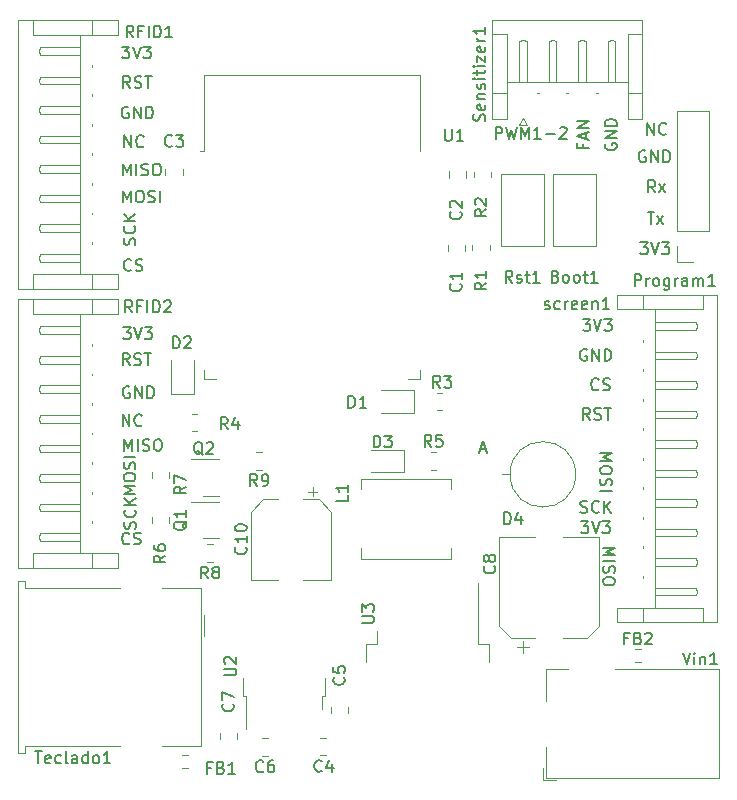
<source format=gbr>
%TF.GenerationSoftware,KiCad,Pcbnew,(6.0.5-0)*%
%TF.CreationDate,2022-05-20T19:32:08-05:00*%
%TF.ProjectId,esp32_2,65737033-325f-4322-9e6b-696361645f70,rev?*%
%TF.SameCoordinates,Original*%
%TF.FileFunction,Legend,Top*%
%TF.FilePolarity,Positive*%
%FSLAX46Y46*%
G04 Gerber Fmt 4.6, Leading zero omitted, Abs format (unit mm)*
G04 Created by KiCad (PCBNEW (6.0.5-0)) date 2022-05-20 19:32:08*
%MOMM*%
%LPD*%
G01*
G04 APERTURE LIST*
%ADD10C,0.150000*%
%ADD11C,0.120000*%
G04 APERTURE END LIST*
D10*
X135104285Y-38603180D02*
X135104285Y-37603180D01*
X135675714Y-38603180D01*
X135675714Y-37603180D01*
X136723333Y-38507942D02*
X136675714Y-38555561D01*
X136532857Y-38603180D01*
X136437619Y-38603180D01*
X136294761Y-38555561D01*
X136199523Y-38460323D01*
X136151904Y-38365085D01*
X136104285Y-38174609D01*
X136104285Y-38031752D01*
X136151904Y-37841276D01*
X136199523Y-37746038D01*
X136294761Y-37650800D01*
X136437619Y-37603180D01*
X136532857Y-37603180D01*
X136675714Y-37650800D01*
X136723333Y-37698419D01*
X135989961Y-46853314D02*
X136037580Y-46710457D01*
X136037580Y-46472361D01*
X135989961Y-46377123D01*
X135942342Y-46329504D01*
X135847104Y-46281885D01*
X135751866Y-46281885D01*
X135656628Y-46329504D01*
X135609009Y-46377123D01*
X135561390Y-46472361D01*
X135513771Y-46662838D01*
X135466152Y-46758076D01*
X135418533Y-46805695D01*
X135323295Y-46853314D01*
X135228057Y-46853314D01*
X135132819Y-46805695D01*
X135085200Y-46758076D01*
X135037580Y-46662838D01*
X135037580Y-46424742D01*
X135085200Y-46281885D01*
X135942342Y-45281885D02*
X135989961Y-45329504D01*
X136037580Y-45472361D01*
X136037580Y-45567600D01*
X135989961Y-45710457D01*
X135894723Y-45805695D01*
X135799485Y-45853314D01*
X135609009Y-45900933D01*
X135466152Y-45900933D01*
X135275676Y-45853314D01*
X135180438Y-45805695D01*
X135085200Y-45710457D01*
X135037580Y-45567600D01*
X135037580Y-45472361D01*
X135085200Y-45329504D01*
X135132819Y-45281885D01*
X136037580Y-44853314D02*
X135037580Y-44853314D01*
X136037580Y-44281885D02*
X135466152Y-44710457D01*
X135037580Y-44281885D02*
X135609009Y-44853314D01*
X134978971Y-43276780D02*
X134978971Y-42276780D01*
X135312304Y-42991066D01*
X135645638Y-42276780D01*
X135645638Y-43276780D01*
X136312304Y-42276780D02*
X136502780Y-42276780D01*
X136598019Y-42324400D01*
X136693257Y-42419638D01*
X136740876Y-42610114D01*
X136740876Y-42943447D01*
X136693257Y-43133923D01*
X136598019Y-43229161D01*
X136502780Y-43276780D01*
X136312304Y-43276780D01*
X136217066Y-43229161D01*
X136121828Y-43133923D01*
X136074209Y-42943447D01*
X136074209Y-42610114D01*
X136121828Y-42419638D01*
X136217066Y-42324400D01*
X136312304Y-42276780D01*
X137121828Y-43229161D02*
X137264685Y-43276780D01*
X137502780Y-43276780D01*
X137598019Y-43229161D01*
X137645638Y-43181542D01*
X137693257Y-43086304D01*
X137693257Y-42991066D01*
X137645638Y-42895828D01*
X137598019Y-42848209D01*
X137502780Y-42800590D01*
X137312304Y-42752971D01*
X137217066Y-42705352D01*
X137169447Y-42657733D01*
X137121828Y-42562495D01*
X137121828Y-42467257D01*
X137169447Y-42372019D01*
X137217066Y-42324400D01*
X137312304Y-42276780D01*
X137550400Y-42276780D01*
X137693257Y-42324400D01*
X138121828Y-43276780D02*
X138121828Y-42276780D01*
X135534495Y-58885200D02*
X135439257Y-58837580D01*
X135296400Y-58837580D01*
X135153542Y-58885200D01*
X135058304Y-58980438D01*
X135010685Y-59075676D01*
X134963066Y-59266152D01*
X134963066Y-59409009D01*
X135010685Y-59599485D01*
X135058304Y-59694723D01*
X135153542Y-59789961D01*
X135296400Y-59837580D01*
X135391638Y-59837580D01*
X135534495Y-59789961D01*
X135582114Y-59742342D01*
X135582114Y-59409009D01*
X135391638Y-59409009D01*
X136010685Y-59837580D02*
X136010685Y-58837580D01*
X136582114Y-59837580D01*
X136582114Y-58837580D01*
X137058304Y-59837580D02*
X137058304Y-58837580D01*
X137296400Y-58837580D01*
X137439257Y-58885200D01*
X137534495Y-58980438D01*
X137582114Y-59075676D01*
X137629733Y-59266152D01*
X137629733Y-59409009D01*
X137582114Y-59599485D01*
X137534495Y-59694723D01*
X137439257Y-59789961D01*
X137296400Y-59837580D01*
X137058304Y-59837580D01*
X173767904Y-70267580D02*
X174386952Y-70267580D01*
X174053619Y-70648533D01*
X174196476Y-70648533D01*
X174291714Y-70696152D01*
X174339333Y-70743771D01*
X174386952Y-70839009D01*
X174386952Y-71077104D01*
X174339333Y-71172342D01*
X174291714Y-71219961D01*
X174196476Y-71267580D01*
X173910761Y-71267580D01*
X173815523Y-71219961D01*
X173767904Y-71172342D01*
X174672666Y-70267580D02*
X175006000Y-71267580D01*
X175339333Y-70267580D01*
X175577428Y-70267580D02*
X176196476Y-70267580D01*
X175863142Y-70648533D01*
X176006000Y-70648533D01*
X176101238Y-70696152D01*
X176148857Y-70743771D01*
X176196476Y-70839009D01*
X176196476Y-71077104D01*
X176148857Y-71172342D01*
X176101238Y-71219961D01*
X176006000Y-71267580D01*
X175720285Y-71267580D01*
X175625047Y-71219961D01*
X175577428Y-71172342D01*
X175826800Y-38303104D02*
X175779180Y-38398342D01*
X175779180Y-38541200D01*
X175826800Y-38684057D01*
X175922038Y-38779295D01*
X176017276Y-38826914D01*
X176207752Y-38874533D01*
X176350609Y-38874533D01*
X176541085Y-38826914D01*
X176636323Y-38779295D01*
X176731561Y-38684057D01*
X176779180Y-38541200D01*
X176779180Y-38445961D01*
X176731561Y-38303104D01*
X176683942Y-38255485D01*
X176350609Y-38255485D01*
X176350609Y-38445961D01*
X176779180Y-37826914D02*
X175779180Y-37826914D01*
X176779180Y-37255485D01*
X175779180Y-37255485D01*
X176779180Y-36779295D02*
X175779180Y-36779295D01*
X175779180Y-36541200D01*
X175826800Y-36398342D01*
X175922038Y-36303104D01*
X176017276Y-36255485D01*
X176207752Y-36207866D01*
X176350609Y-36207866D01*
X176541085Y-36255485D01*
X176636323Y-36303104D01*
X176731561Y-36398342D01*
X176779180Y-36541200D01*
X176779180Y-36779295D01*
X175366419Y-64519371D02*
X176366419Y-64519371D01*
X175652133Y-64852704D01*
X176366419Y-65186038D01*
X175366419Y-65186038D01*
X176366419Y-65852704D02*
X176366419Y-66043180D01*
X176318800Y-66138419D01*
X176223561Y-66233657D01*
X176033085Y-66281276D01*
X175699752Y-66281276D01*
X175509276Y-66233657D01*
X175414038Y-66138419D01*
X175366419Y-66043180D01*
X175366419Y-65852704D01*
X175414038Y-65757466D01*
X175509276Y-65662228D01*
X175699752Y-65614609D01*
X176033085Y-65614609D01*
X176223561Y-65662228D01*
X176318800Y-65757466D01*
X176366419Y-65852704D01*
X175414038Y-66662228D02*
X175366419Y-66805085D01*
X175366419Y-67043180D01*
X175414038Y-67138419D01*
X175461657Y-67186038D01*
X175556895Y-67233657D01*
X175652133Y-67233657D01*
X175747371Y-67186038D01*
X175794990Y-67138419D01*
X175842609Y-67043180D01*
X175890228Y-66852704D01*
X175937847Y-66757466D01*
X175985466Y-66709847D01*
X176080704Y-66662228D01*
X176175942Y-66662228D01*
X176271180Y-66709847D01*
X176318800Y-66757466D01*
X176366419Y-66852704D01*
X176366419Y-67090800D01*
X176318800Y-67233657D01*
X175366419Y-67662228D02*
X176366419Y-67662228D01*
X175620419Y-72494971D02*
X176620419Y-72494971D01*
X175906133Y-72828304D01*
X176620419Y-73161638D01*
X175620419Y-73161638D01*
X175620419Y-73637828D02*
X176620419Y-73637828D01*
X175668038Y-74066400D02*
X175620419Y-74209257D01*
X175620419Y-74447352D01*
X175668038Y-74542590D01*
X175715657Y-74590209D01*
X175810895Y-74637828D01*
X175906133Y-74637828D01*
X176001371Y-74590209D01*
X176048990Y-74542590D01*
X176096609Y-74447352D01*
X176144228Y-74256876D01*
X176191847Y-74161638D01*
X176239466Y-74114019D01*
X176334704Y-74066400D01*
X176429942Y-74066400D01*
X176525180Y-74114019D01*
X176572800Y-74161638D01*
X176620419Y-74256876D01*
X176620419Y-74494971D01*
X176572800Y-74637828D01*
X176620419Y-75256876D02*
X176620419Y-75447352D01*
X176572800Y-75542590D01*
X176477561Y-75637828D01*
X176287085Y-75685447D01*
X175953752Y-75685447D01*
X175763276Y-75637828D01*
X175668038Y-75542590D01*
X175620419Y-75447352D01*
X175620419Y-75256876D01*
X175668038Y-75161638D01*
X175763276Y-75066400D01*
X175953752Y-75018780D01*
X176287085Y-75018780D01*
X176477561Y-75066400D01*
X176572800Y-75161638D01*
X176620419Y-75256876D01*
X135080571Y-64307980D02*
X135080571Y-63307980D01*
X135413904Y-64022266D01*
X135747238Y-63307980D01*
X135747238Y-64307980D01*
X136223428Y-64307980D02*
X136223428Y-63307980D01*
X136652000Y-64260361D02*
X136794857Y-64307980D01*
X137032952Y-64307980D01*
X137128190Y-64260361D01*
X137175809Y-64212742D01*
X137223428Y-64117504D01*
X137223428Y-64022266D01*
X137175809Y-63927028D01*
X137128190Y-63879409D01*
X137032952Y-63831790D01*
X136842476Y-63784171D01*
X136747238Y-63736552D01*
X136699619Y-63688933D01*
X136652000Y-63593695D01*
X136652000Y-63498457D01*
X136699619Y-63403219D01*
X136747238Y-63355600D01*
X136842476Y-63307980D01*
X137080571Y-63307980D01*
X137223428Y-63355600D01*
X137842476Y-63307980D02*
X138032952Y-63307980D01*
X138128190Y-63355600D01*
X138223428Y-63450838D01*
X138271047Y-63641314D01*
X138271047Y-63974647D01*
X138223428Y-64165123D01*
X138128190Y-64260361D01*
X138032952Y-64307980D01*
X137842476Y-64307980D01*
X137747238Y-64260361D01*
X137652000Y-64165123D01*
X137604380Y-63974647D01*
X137604380Y-63641314D01*
X137652000Y-63450838D01*
X137747238Y-63355600D01*
X137842476Y-63307980D01*
X173920304Y-53147980D02*
X174539352Y-53147980D01*
X174206019Y-53528933D01*
X174348876Y-53528933D01*
X174444114Y-53576552D01*
X174491733Y-53624171D01*
X174539352Y-53719409D01*
X174539352Y-53957504D01*
X174491733Y-54052742D01*
X174444114Y-54100361D01*
X174348876Y-54147980D01*
X174063161Y-54147980D01*
X173967923Y-54100361D01*
X173920304Y-54052742D01*
X174825066Y-53147980D02*
X175158400Y-54147980D01*
X175491733Y-53147980D01*
X175729828Y-53147980D02*
X176348876Y-53147980D01*
X176015542Y-53528933D01*
X176158400Y-53528933D01*
X176253638Y-53576552D01*
X176301257Y-53624171D01*
X176348876Y-53719409D01*
X176348876Y-53957504D01*
X176301257Y-54052742D01*
X176253638Y-54100361D01*
X176158400Y-54147980D01*
X175872685Y-54147980D01*
X175777447Y-54100361D01*
X175729828Y-54052742D01*
X173720285Y-69492761D02*
X173863142Y-69540380D01*
X174101238Y-69540380D01*
X174196476Y-69492761D01*
X174244095Y-69445142D01*
X174291714Y-69349904D01*
X174291714Y-69254666D01*
X174244095Y-69159428D01*
X174196476Y-69111809D01*
X174101238Y-69064190D01*
X173910761Y-69016571D01*
X173815523Y-68968952D01*
X173767904Y-68921333D01*
X173720285Y-68826095D01*
X173720285Y-68730857D01*
X173767904Y-68635619D01*
X173815523Y-68588000D01*
X173910761Y-68540380D01*
X174148857Y-68540380D01*
X174291714Y-68588000D01*
X175291714Y-69445142D02*
X175244095Y-69492761D01*
X175101238Y-69540380D01*
X175006000Y-69540380D01*
X174863142Y-69492761D01*
X174767904Y-69397523D01*
X174720285Y-69302285D01*
X174672666Y-69111809D01*
X174672666Y-68968952D01*
X174720285Y-68778476D01*
X174767904Y-68683238D01*
X174863142Y-68588000D01*
X175006000Y-68540380D01*
X175101238Y-68540380D01*
X175244095Y-68588000D01*
X175291714Y-68635619D01*
X175720285Y-69540380D02*
X175720285Y-68540380D01*
X176291714Y-69540380D02*
X175863142Y-68968952D01*
X176291714Y-68540380D02*
X175720285Y-69111809D01*
X134951885Y-62225180D02*
X134951885Y-61225180D01*
X135523314Y-62225180D01*
X135523314Y-61225180D01*
X136570933Y-62129942D02*
X136523314Y-62177561D01*
X136380457Y-62225180D01*
X136285219Y-62225180D01*
X136142361Y-62177561D01*
X136047123Y-62082323D01*
X135999504Y-61987085D01*
X135951885Y-61796609D01*
X135951885Y-61653752D01*
X135999504Y-61463276D01*
X136047123Y-61368038D01*
X136142361Y-61272800D01*
X136285219Y-61225180D01*
X136380457Y-61225180D01*
X136523314Y-61272800D01*
X136570933Y-61320419D01*
X174509180Y-61666380D02*
X174175847Y-61190190D01*
X173937752Y-61666380D02*
X173937752Y-60666380D01*
X174318704Y-60666380D01*
X174413942Y-60714000D01*
X174461561Y-60761619D01*
X174509180Y-60856857D01*
X174509180Y-60999714D01*
X174461561Y-61094952D01*
X174413942Y-61142571D01*
X174318704Y-61190190D01*
X173937752Y-61190190D01*
X174890133Y-61618761D02*
X175032990Y-61666380D01*
X175271085Y-61666380D01*
X175366323Y-61618761D01*
X175413942Y-61571142D01*
X175461561Y-61475904D01*
X175461561Y-61380666D01*
X175413942Y-61285428D01*
X175366323Y-61237809D01*
X175271085Y-61190190D01*
X175080609Y-61142571D01*
X174985371Y-61094952D01*
X174937752Y-61047333D01*
X174890133Y-60952095D01*
X174890133Y-60856857D01*
X174937752Y-60761619D01*
X174985371Y-60714000D01*
X175080609Y-60666380D01*
X175318704Y-60666380D01*
X175461561Y-60714000D01*
X175747276Y-60666380D02*
X176318704Y-60666380D01*
X176032990Y-61666380D02*
X176032990Y-60666380D01*
X179395523Y-44105580D02*
X179966952Y-44105580D01*
X179681238Y-45105580D02*
X179681238Y-44105580D01*
X180205047Y-45105580D02*
X180728857Y-44438914D01*
X180205047Y-44438914D02*
X180728857Y-45105580D01*
X135672533Y-48972742D02*
X135624914Y-49020361D01*
X135482057Y-49067980D01*
X135386819Y-49067980D01*
X135243961Y-49020361D01*
X135148723Y-48925123D01*
X135101104Y-48829885D01*
X135053485Y-48639409D01*
X135053485Y-48496552D01*
X135101104Y-48306076D01*
X135148723Y-48210838D01*
X135243961Y-48115600D01*
X135386819Y-48067980D01*
X135482057Y-48067980D01*
X135624914Y-48115600D01*
X135672533Y-48163219D01*
X136053485Y-49020361D02*
X136196342Y-49067980D01*
X136434438Y-49067980D01*
X136529676Y-49020361D01*
X136577295Y-48972742D01*
X136624914Y-48877504D01*
X136624914Y-48782266D01*
X136577295Y-48687028D01*
X136529676Y-48639409D01*
X136434438Y-48591790D01*
X136243961Y-48544171D01*
X136148723Y-48496552D01*
X136101104Y-48448933D01*
X136053485Y-48353695D01*
X136053485Y-48258457D01*
X136101104Y-48163219D01*
X136148723Y-48115600D01*
X136243961Y-48067980D01*
X136482057Y-48067980D01*
X136624914Y-48115600D01*
X135007504Y-53859180D02*
X135626552Y-53859180D01*
X135293219Y-54240133D01*
X135436076Y-54240133D01*
X135531314Y-54287752D01*
X135578933Y-54335371D01*
X135626552Y-54430609D01*
X135626552Y-54668704D01*
X135578933Y-54763942D01*
X135531314Y-54811561D01*
X135436076Y-54859180D01*
X135150361Y-54859180D01*
X135055123Y-54811561D01*
X135007504Y-54763942D01*
X135912266Y-53859180D02*
X136245600Y-54859180D01*
X136578933Y-53859180D01*
X136817028Y-53859180D02*
X137436076Y-53859180D01*
X137102742Y-54240133D01*
X137245600Y-54240133D01*
X137340838Y-54287752D01*
X137388457Y-54335371D01*
X137436076Y-54430609D01*
X137436076Y-54668704D01*
X137388457Y-54763942D01*
X137340838Y-54811561D01*
X137245600Y-54859180D01*
X136959885Y-54859180D01*
X136864647Y-54811561D01*
X136817028Y-54763942D01*
X136040761Y-70881714D02*
X136088380Y-70738857D01*
X136088380Y-70500761D01*
X136040761Y-70405523D01*
X135993142Y-70357904D01*
X135897904Y-70310285D01*
X135802666Y-70310285D01*
X135707428Y-70357904D01*
X135659809Y-70405523D01*
X135612190Y-70500761D01*
X135564571Y-70691238D01*
X135516952Y-70786476D01*
X135469333Y-70834095D01*
X135374095Y-70881714D01*
X135278857Y-70881714D01*
X135183619Y-70834095D01*
X135136000Y-70786476D01*
X135088380Y-70691238D01*
X135088380Y-70453142D01*
X135136000Y-70310285D01*
X135993142Y-69310285D02*
X136040761Y-69357904D01*
X136088380Y-69500761D01*
X136088380Y-69596000D01*
X136040761Y-69738857D01*
X135945523Y-69834095D01*
X135850285Y-69881714D01*
X135659809Y-69929333D01*
X135516952Y-69929333D01*
X135326476Y-69881714D01*
X135231238Y-69834095D01*
X135136000Y-69738857D01*
X135088380Y-69596000D01*
X135088380Y-69500761D01*
X135136000Y-69357904D01*
X135183619Y-69310285D01*
X136088380Y-68881714D02*
X135088380Y-68881714D01*
X136088380Y-68310285D02*
X135516952Y-68738857D01*
X135088380Y-68310285D02*
X135659809Y-68881714D01*
X166543409Y-37891980D02*
X166543409Y-36891980D01*
X166924361Y-36891980D01*
X167019600Y-36939600D01*
X167067219Y-36987219D01*
X167114838Y-37082457D01*
X167114838Y-37225314D01*
X167067219Y-37320552D01*
X167019600Y-37368171D01*
X166924361Y-37415790D01*
X166543409Y-37415790D01*
X167448171Y-36891980D02*
X167686266Y-37891980D01*
X167876742Y-37177695D01*
X168067219Y-37891980D01*
X168305314Y-36891980D01*
X168686266Y-37891980D02*
X168686266Y-36891980D01*
X169019600Y-37606266D01*
X169352933Y-36891980D01*
X169352933Y-37891980D01*
X170352933Y-37891980D02*
X169781504Y-37891980D01*
X170067219Y-37891980D02*
X170067219Y-36891980D01*
X169971980Y-37034838D01*
X169876742Y-37130076D01*
X169781504Y-37177695D01*
X170781504Y-37511028D02*
X171543409Y-37511028D01*
X171971980Y-36987219D02*
X172019600Y-36939600D01*
X172114838Y-36891980D01*
X172352933Y-36891980D01*
X172448171Y-36939600D01*
X172495790Y-36987219D01*
X172543409Y-37082457D01*
X172543409Y-37177695D01*
X172495790Y-37320552D01*
X171924361Y-37891980D01*
X172543409Y-37891980D01*
X134978971Y-40990780D02*
X134978971Y-39990780D01*
X135312304Y-40705066D01*
X135645638Y-39990780D01*
X135645638Y-40990780D01*
X136121828Y-40990780D02*
X136121828Y-39990780D01*
X136550400Y-40943161D02*
X136693257Y-40990780D01*
X136931352Y-40990780D01*
X137026590Y-40943161D01*
X137074209Y-40895542D01*
X137121828Y-40800304D01*
X137121828Y-40705066D01*
X137074209Y-40609828D01*
X137026590Y-40562209D01*
X136931352Y-40514590D01*
X136740876Y-40466971D01*
X136645638Y-40419352D01*
X136598019Y-40371733D01*
X136550400Y-40276495D01*
X136550400Y-40181257D01*
X136598019Y-40086019D01*
X136645638Y-40038400D01*
X136740876Y-39990780D01*
X136978971Y-39990780D01*
X137121828Y-40038400D01*
X137740876Y-39990780D02*
X137931352Y-39990780D01*
X138026590Y-40038400D01*
X138121828Y-40133638D01*
X138169447Y-40324114D01*
X138169447Y-40657447D01*
X138121828Y-40847923D01*
X138026590Y-40943161D01*
X137931352Y-40990780D01*
X137740876Y-40990780D01*
X137645638Y-40943161D01*
X137550400Y-40847923D01*
X137502780Y-40657447D01*
X137502780Y-40324114D01*
X137550400Y-40133638D01*
X137645638Y-40038400D01*
X137740876Y-39990780D01*
X175245733Y-59081942D02*
X175198114Y-59129561D01*
X175055257Y-59177180D01*
X174960019Y-59177180D01*
X174817161Y-59129561D01*
X174721923Y-59034323D01*
X174674304Y-58939085D01*
X174626685Y-58748609D01*
X174626685Y-58605752D01*
X174674304Y-58415276D01*
X174721923Y-58320038D01*
X174817161Y-58224800D01*
X174960019Y-58177180D01*
X175055257Y-58177180D01*
X175198114Y-58224800D01*
X175245733Y-58272419D01*
X175626685Y-59129561D02*
X175769542Y-59177180D01*
X176007638Y-59177180D01*
X176102876Y-59129561D01*
X176150495Y-59081942D01*
X176198114Y-58986704D01*
X176198114Y-58891466D01*
X176150495Y-58796228D01*
X176102876Y-58748609D01*
X176007638Y-58700990D01*
X175817161Y-58653371D01*
X175721923Y-58605752D01*
X175674304Y-58558133D01*
X175626685Y-58462895D01*
X175626685Y-58367657D01*
X175674304Y-58272419D01*
X175721923Y-58224800D01*
X175817161Y-58177180D01*
X176055257Y-58177180D01*
X176198114Y-58224800D01*
X135520133Y-72137542D02*
X135472514Y-72185161D01*
X135329657Y-72232780D01*
X135234419Y-72232780D01*
X135091561Y-72185161D01*
X134996323Y-72089923D01*
X134948704Y-71994685D01*
X134901085Y-71804209D01*
X134901085Y-71661352D01*
X134948704Y-71470876D01*
X134996323Y-71375638D01*
X135091561Y-71280400D01*
X135234419Y-71232780D01*
X135329657Y-71232780D01*
X135472514Y-71280400D01*
X135520133Y-71328019D01*
X135901085Y-72185161D02*
X136043942Y-72232780D01*
X136282038Y-72232780D01*
X136377276Y-72185161D01*
X136424895Y-72137542D01*
X136472514Y-72042304D01*
X136472514Y-71947066D01*
X136424895Y-71851828D01*
X136377276Y-71804209D01*
X136282038Y-71756590D01*
X136091561Y-71708971D01*
X135996323Y-71661352D01*
X135948704Y-71613733D01*
X135901085Y-71518495D01*
X135901085Y-71423257D01*
X135948704Y-71328019D01*
X135996323Y-71280400D01*
X136091561Y-71232780D01*
X136329657Y-71232780D01*
X136472514Y-71280400D01*
X134905904Y-30084780D02*
X135524952Y-30084780D01*
X135191619Y-30465733D01*
X135334476Y-30465733D01*
X135429714Y-30513352D01*
X135477333Y-30560971D01*
X135524952Y-30656209D01*
X135524952Y-30894304D01*
X135477333Y-30989542D01*
X135429714Y-31037161D01*
X135334476Y-31084780D01*
X135048761Y-31084780D01*
X134953523Y-31037161D01*
X134905904Y-30989542D01*
X135810666Y-30084780D02*
X136144000Y-31084780D01*
X136477333Y-30084780D01*
X136715428Y-30084780D02*
X137334476Y-30084780D01*
X137001142Y-30465733D01*
X137144000Y-30465733D01*
X137239238Y-30513352D01*
X137286857Y-30560971D01*
X137334476Y-30656209D01*
X137334476Y-30894304D01*
X137286857Y-30989542D01*
X137239238Y-31037161D01*
X137144000Y-31084780D01*
X136858285Y-31084780D01*
X136763047Y-31037161D01*
X136715428Y-30989542D01*
X135545580Y-57043580D02*
X135212247Y-56567390D01*
X134974152Y-57043580D02*
X134974152Y-56043580D01*
X135355104Y-56043580D01*
X135450342Y-56091200D01*
X135497961Y-56138819D01*
X135545580Y-56234057D01*
X135545580Y-56376914D01*
X135497961Y-56472152D01*
X135450342Y-56519771D01*
X135355104Y-56567390D01*
X134974152Y-56567390D01*
X135926533Y-56995961D02*
X136069390Y-57043580D01*
X136307485Y-57043580D01*
X136402723Y-56995961D01*
X136450342Y-56948342D01*
X136497961Y-56853104D01*
X136497961Y-56757866D01*
X136450342Y-56662628D01*
X136402723Y-56615009D01*
X136307485Y-56567390D01*
X136117009Y-56519771D01*
X136021771Y-56472152D01*
X135974152Y-56424533D01*
X135926533Y-56329295D01*
X135926533Y-56234057D01*
X135974152Y-56138819D01*
X136021771Y-56091200D01*
X136117009Y-56043580D01*
X136355104Y-56043580D01*
X136497961Y-56091200D01*
X136783676Y-56043580D02*
X137355104Y-56043580D01*
X137069390Y-57043580D02*
X137069390Y-56043580D01*
X135432895Y-35212400D02*
X135337657Y-35164780D01*
X135194800Y-35164780D01*
X135051942Y-35212400D01*
X134956704Y-35307638D01*
X134909085Y-35402876D01*
X134861466Y-35593352D01*
X134861466Y-35736209D01*
X134909085Y-35926685D01*
X134956704Y-36021923D01*
X135051942Y-36117161D01*
X135194800Y-36164780D01*
X135290038Y-36164780D01*
X135432895Y-36117161D01*
X135480514Y-36069542D01*
X135480514Y-35736209D01*
X135290038Y-35736209D01*
X135909085Y-36164780D02*
X135909085Y-35164780D01*
X136480514Y-36164780D01*
X136480514Y-35164780D01*
X136956704Y-36164780D02*
X136956704Y-35164780D01*
X137194800Y-35164780D01*
X137337657Y-35212400D01*
X137432895Y-35307638D01*
X137480514Y-35402876D01*
X137528133Y-35593352D01*
X137528133Y-35736209D01*
X137480514Y-35926685D01*
X137432895Y-36021923D01*
X137337657Y-36117161D01*
X137194800Y-36164780D01*
X136956704Y-36164780D01*
X135596380Y-33573980D02*
X135263047Y-33097790D01*
X135024952Y-33573980D02*
X135024952Y-32573980D01*
X135405904Y-32573980D01*
X135501142Y-32621600D01*
X135548761Y-32669219D01*
X135596380Y-32764457D01*
X135596380Y-32907314D01*
X135548761Y-33002552D01*
X135501142Y-33050171D01*
X135405904Y-33097790D01*
X135024952Y-33097790D01*
X135977333Y-33526361D02*
X136120190Y-33573980D01*
X136358285Y-33573980D01*
X136453523Y-33526361D01*
X136501142Y-33478742D01*
X136548761Y-33383504D01*
X136548761Y-33288266D01*
X136501142Y-33193028D01*
X136453523Y-33145409D01*
X136358285Y-33097790D01*
X136167809Y-33050171D01*
X136072571Y-33002552D01*
X136024952Y-32954933D01*
X135977333Y-32859695D01*
X135977333Y-32764457D01*
X136024952Y-32669219D01*
X136072571Y-32621600D01*
X136167809Y-32573980D01*
X136405904Y-32573980D01*
X136548761Y-32621600D01*
X136834476Y-32573980D02*
X137405904Y-32573980D01*
X137120190Y-33573980D02*
X137120190Y-32573980D01*
X179222495Y-38920800D02*
X179127257Y-38873180D01*
X178984400Y-38873180D01*
X178841542Y-38920800D01*
X178746304Y-39016038D01*
X178698685Y-39111276D01*
X178651066Y-39301752D01*
X178651066Y-39444609D01*
X178698685Y-39635085D01*
X178746304Y-39730323D01*
X178841542Y-39825561D01*
X178984400Y-39873180D01*
X179079638Y-39873180D01*
X179222495Y-39825561D01*
X179270114Y-39777942D01*
X179270114Y-39444609D01*
X179079638Y-39444609D01*
X179698685Y-39873180D02*
X179698685Y-38873180D01*
X180270114Y-39873180D01*
X180270114Y-38873180D01*
X180746304Y-39873180D02*
X180746304Y-38873180D01*
X180984400Y-38873180D01*
X181127257Y-38920800D01*
X181222495Y-39016038D01*
X181270114Y-39111276D01*
X181317733Y-39301752D01*
X181317733Y-39444609D01*
X181270114Y-39635085D01*
X181222495Y-39730323D01*
X181127257Y-39825561D01*
X180984400Y-39873180D01*
X180746304Y-39873180D01*
X174244095Y-55735600D02*
X174148857Y-55687980D01*
X174006000Y-55687980D01*
X173863142Y-55735600D01*
X173767904Y-55830838D01*
X173720285Y-55926076D01*
X173672666Y-56116552D01*
X173672666Y-56259409D01*
X173720285Y-56449885D01*
X173767904Y-56545123D01*
X173863142Y-56640361D01*
X174006000Y-56687980D01*
X174101238Y-56687980D01*
X174244095Y-56640361D01*
X174291714Y-56592742D01*
X174291714Y-56259409D01*
X174101238Y-56259409D01*
X174720285Y-56687980D02*
X174720285Y-55687980D01*
X175291714Y-56687980D01*
X175291714Y-55687980D01*
X175767904Y-56687980D02*
X175767904Y-55687980D01*
X176006000Y-55687980D01*
X176148857Y-55735600D01*
X176244095Y-55830838D01*
X176291714Y-55926076D01*
X176339333Y-56116552D01*
X176339333Y-56259409D01*
X176291714Y-56449885D01*
X176244095Y-56545123D01*
X176148857Y-56640361D01*
X176006000Y-56687980D01*
X175767904Y-56687980D01*
X179351085Y-37536380D02*
X179351085Y-36536380D01*
X179922514Y-37536380D01*
X179922514Y-36536380D01*
X180970133Y-37441142D02*
X180922514Y-37488761D01*
X180779657Y-37536380D01*
X180684419Y-37536380D01*
X180541561Y-37488761D01*
X180446323Y-37393523D01*
X180398704Y-37298285D01*
X180351085Y-37107809D01*
X180351085Y-36964952D01*
X180398704Y-36774476D01*
X180446323Y-36679238D01*
X180541561Y-36584000D01*
X180684419Y-36536380D01*
X180779657Y-36536380D01*
X180922514Y-36584000D01*
X180970133Y-36631619D01*
X136037580Y-67967028D02*
X135037580Y-67967028D01*
X135751866Y-67633695D01*
X135037580Y-67300361D01*
X136037580Y-67300361D01*
X135037580Y-66633695D02*
X135037580Y-66443219D01*
X135085200Y-66347980D01*
X135180438Y-66252742D01*
X135370914Y-66205123D01*
X135704247Y-66205123D01*
X135894723Y-66252742D01*
X135989961Y-66347980D01*
X136037580Y-66443219D01*
X136037580Y-66633695D01*
X135989961Y-66728933D01*
X135894723Y-66824171D01*
X135704247Y-66871790D01*
X135370914Y-66871790D01*
X135180438Y-66824171D01*
X135085200Y-66728933D01*
X135037580Y-66633695D01*
X135989961Y-65824171D02*
X136037580Y-65681314D01*
X136037580Y-65443219D01*
X135989961Y-65347980D01*
X135942342Y-65300361D01*
X135847104Y-65252742D01*
X135751866Y-65252742D01*
X135656628Y-65300361D01*
X135609009Y-65347980D01*
X135561390Y-65443219D01*
X135513771Y-65633695D01*
X135466152Y-65728933D01*
X135418533Y-65776552D01*
X135323295Y-65824171D01*
X135228057Y-65824171D01*
X135132819Y-65776552D01*
X135085200Y-65728933D01*
X135037580Y-65633695D01*
X135037580Y-65395600D01*
X135085200Y-65252742D01*
X136037580Y-64824171D02*
X135037580Y-64824171D01*
X173918571Y-38350723D02*
X173918571Y-38684057D01*
X174442380Y-38684057D02*
X173442380Y-38684057D01*
X173442380Y-38207866D01*
X174156666Y-37874533D02*
X174156666Y-37398342D01*
X174442380Y-37969771D02*
X173442380Y-37636438D01*
X174442380Y-37303104D01*
X174442380Y-36969771D02*
X173442380Y-36969771D01*
X174442380Y-36398342D01*
X173442380Y-36398342D01*
X180041561Y-42413180D02*
X179708228Y-41936990D01*
X179470133Y-42413180D02*
X179470133Y-41413180D01*
X179851085Y-41413180D01*
X179946323Y-41460800D01*
X179993942Y-41508419D01*
X180041561Y-41603657D01*
X180041561Y-41746514D01*
X179993942Y-41841752D01*
X179946323Y-41889371D01*
X179851085Y-41936990D01*
X179470133Y-41936990D01*
X180374895Y-42413180D02*
X180898704Y-41746514D01*
X180374895Y-41746514D02*
X180898704Y-42413180D01*
X178797104Y-46645580D02*
X179416152Y-46645580D01*
X179082819Y-47026533D01*
X179225676Y-47026533D01*
X179320914Y-47074152D01*
X179368533Y-47121771D01*
X179416152Y-47217009D01*
X179416152Y-47455104D01*
X179368533Y-47550342D01*
X179320914Y-47597961D01*
X179225676Y-47645580D01*
X178939961Y-47645580D01*
X178844723Y-47597961D01*
X178797104Y-47550342D01*
X179701866Y-46645580D02*
X180035200Y-47645580D01*
X180368533Y-46645580D01*
X180606628Y-46645580D02*
X181225676Y-46645580D01*
X180892342Y-47026533D01*
X181035200Y-47026533D01*
X181130438Y-47074152D01*
X181178057Y-47121771D01*
X181225676Y-47217009D01*
X181225676Y-47455104D01*
X181178057Y-47550342D01*
X181130438Y-47597961D01*
X181035200Y-47645580D01*
X180749485Y-47645580D01*
X180654247Y-47597961D01*
X180606628Y-47550342D01*
%TO.C,FB2*%
X177730566Y-80164171D02*
X177397233Y-80164171D01*
X177397233Y-80687980D02*
X177397233Y-79687980D01*
X177873423Y-79687980D01*
X178587709Y-80164171D02*
X178730566Y-80211790D01*
X178778185Y-80259409D01*
X178825804Y-80354647D01*
X178825804Y-80497504D01*
X178778185Y-80592742D01*
X178730566Y-80640361D01*
X178635328Y-80687980D01*
X178254376Y-80687980D01*
X178254376Y-79687980D01*
X178587709Y-79687980D01*
X178682947Y-79735600D01*
X178730566Y-79783219D01*
X178778185Y-79878457D01*
X178778185Y-79973695D01*
X178730566Y-80068933D01*
X178682947Y-80116552D01*
X178587709Y-80164171D01*
X178254376Y-80164171D01*
X179206757Y-79783219D02*
X179254376Y-79735600D01*
X179349614Y-79687980D01*
X179587709Y-79687980D01*
X179682947Y-79735600D01*
X179730566Y-79783219D01*
X179778185Y-79878457D01*
X179778185Y-79973695D01*
X179730566Y-80116552D01*
X179159138Y-80687980D01*
X179778185Y-80687980D01*
%TO.C,L1*%
X154010080Y-68049066D02*
X154010080Y-68525257D01*
X153010080Y-68525257D01*
X154010080Y-67191923D02*
X154010080Y-67763352D01*
X154010080Y-67477638D02*
X153010080Y-67477638D01*
X153152938Y-67572876D01*
X153248176Y-67668114D01*
X153295795Y-67763352D01*
%TO.C,Vin1*%
X182363900Y-81387980D02*
X182697233Y-82387980D01*
X183030566Y-81387980D01*
X183363900Y-82387980D02*
X183363900Y-81721314D01*
X183363900Y-81387980D02*
X183316280Y-81435600D01*
X183363900Y-81483219D01*
X183411519Y-81435600D01*
X183363900Y-81387980D01*
X183363900Y-81483219D01*
X183840090Y-81721314D02*
X183840090Y-82387980D01*
X183840090Y-81816552D02*
X183887709Y-81768933D01*
X183982947Y-81721314D01*
X184125804Y-81721314D01*
X184221042Y-81768933D01*
X184268661Y-81864171D01*
X184268661Y-82387980D01*
X185268661Y-82387980D02*
X184697233Y-82387980D01*
X184982947Y-82387980D02*
X184982947Y-81387980D01*
X184887709Y-81530838D01*
X184792471Y-81626076D01*
X184697233Y-81673695D01*
%TO.C,R2*%
X165752380Y-43866666D02*
X165276190Y-44200000D01*
X165752380Y-44438095D02*
X164752380Y-44438095D01*
X164752380Y-44057142D01*
X164800000Y-43961904D01*
X164847619Y-43914285D01*
X164942857Y-43866666D01*
X165085714Y-43866666D01*
X165180952Y-43914285D01*
X165228571Y-43961904D01*
X165276190Y-44057142D01*
X165276190Y-44438095D01*
X164847619Y-43485714D02*
X164800000Y-43438095D01*
X164752380Y-43342857D01*
X164752380Y-43104761D01*
X164800000Y-43009523D01*
X164847619Y-42961904D01*
X164942857Y-42914285D01*
X165038095Y-42914285D01*
X165180952Y-42961904D01*
X165752380Y-43533333D01*
X165752380Y-42914285D01*
%TO.C,RFID1*%
X135862466Y-29306780D02*
X135529133Y-28830590D01*
X135291038Y-29306780D02*
X135291038Y-28306780D01*
X135671990Y-28306780D01*
X135767228Y-28354400D01*
X135814847Y-28402019D01*
X135862466Y-28497257D01*
X135862466Y-28640114D01*
X135814847Y-28735352D01*
X135767228Y-28782971D01*
X135671990Y-28830590D01*
X135291038Y-28830590D01*
X136624371Y-28782971D02*
X136291038Y-28782971D01*
X136291038Y-29306780D02*
X136291038Y-28306780D01*
X136767228Y-28306780D01*
X137148180Y-29306780D02*
X137148180Y-28306780D01*
X137624371Y-29306780D02*
X137624371Y-28306780D01*
X137862466Y-28306780D01*
X138005323Y-28354400D01*
X138100561Y-28449638D01*
X138148180Y-28544876D01*
X138195800Y-28735352D01*
X138195800Y-28878209D01*
X138148180Y-29068685D01*
X138100561Y-29163923D01*
X138005323Y-29259161D01*
X137862466Y-29306780D01*
X137624371Y-29306780D01*
X139148180Y-29306780D02*
X138576752Y-29306780D01*
X138862466Y-29306780D02*
X138862466Y-28306780D01*
X138767228Y-28449638D01*
X138671990Y-28544876D01*
X138576752Y-28592495D01*
%TO.C,R3*%
X161833333Y-58952380D02*
X161500000Y-58476190D01*
X161261904Y-58952380D02*
X161261904Y-57952380D01*
X161642857Y-57952380D01*
X161738095Y-58000000D01*
X161785714Y-58047619D01*
X161833333Y-58142857D01*
X161833333Y-58285714D01*
X161785714Y-58380952D01*
X161738095Y-58428571D01*
X161642857Y-58476190D01*
X161261904Y-58476190D01*
X162166666Y-57952380D02*
X162785714Y-57952380D01*
X162452380Y-58333333D01*
X162595238Y-58333333D01*
X162690476Y-58380952D01*
X162738095Y-58428571D01*
X162785714Y-58523809D01*
X162785714Y-58761904D01*
X162738095Y-58857142D01*
X162690476Y-58904761D01*
X162595238Y-58952380D01*
X162309523Y-58952380D01*
X162214285Y-58904761D01*
X162166666Y-58857142D01*
%TO.C,Rst1*%
X167942857Y-50052380D02*
X167609523Y-49576190D01*
X167371428Y-50052380D02*
X167371428Y-49052380D01*
X167752380Y-49052380D01*
X167847619Y-49100000D01*
X167895238Y-49147619D01*
X167942857Y-49242857D01*
X167942857Y-49385714D01*
X167895238Y-49480952D01*
X167847619Y-49528571D01*
X167752380Y-49576190D01*
X167371428Y-49576190D01*
X168323809Y-50004761D02*
X168419047Y-50052380D01*
X168609523Y-50052380D01*
X168704761Y-50004761D01*
X168752380Y-49909523D01*
X168752380Y-49861904D01*
X168704761Y-49766666D01*
X168609523Y-49719047D01*
X168466666Y-49719047D01*
X168371428Y-49671428D01*
X168323809Y-49576190D01*
X168323809Y-49528571D01*
X168371428Y-49433333D01*
X168466666Y-49385714D01*
X168609523Y-49385714D01*
X168704761Y-49433333D01*
X169038095Y-49385714D02*
X169419047Y-49385714D01*
X169180952Y-49052380D02*
X169180952Y-49909523D01*
X169228571Y-50004761D01*
X169323809Y-50052380D01*
X169419047Y-50052380D01*
X170276190Y-50052380D02*
X169704761Y-50052380D01*
X169990476Y-50052380D02*
X169990476Y-49052380D01*
X169895238Y-49195238D01*
X169800000Y-49290476D01*
X169704761Y-49338095D01*
%TO.C,D1*%
X154061904Y-60652380D02*
X154061904Y-59652380D01*
X154300000Y-59652380D01*
X154442857Y-59700000D01*
X154538095Y-59795238D01*
X154585714Y-59890476D01*
X154633333Y-60080952D01*
X154633333Y-60223809D01*
X154585714Y-60414285D01*
X154538095Y-60509523D01*
X154442857Y-60604761D01*
X154300000Y-60652380D01*
X154061904Y-60652380D01*
X155585714Y-60652380D02*
X155014285Y-60652380D01*
X155300000Y-60652380D02*
X155300000Y-59652380D01*
X155204761Y-59795238D01*
X155109523Y-59890476D01*
X155014285Y-59938095D01*
%TO.C,R1*%
X165752380Y-50066666D02*
X165276190Y-50400000D01*
X165752380Y-50638095D02*
X164752380Y-50638095D01*
X164752380Y-50257142D01*
X164800000Y-50161904D01*
X164847619Y-50114285D01*
X164942857Y-50066666D01*
X165085714Y-50066666D01*
X165180952Y-50114285D01*
X165228571Y-50161904D01*
X165276190Y-50257142D01*
X165276190Y-50638095D01*
X165752380Y-49114285D02*
X165752380Y-49685714D01*
X165752380Y-49400000D02*
X164752380Y-49400000D01*
X164895238Y-49495238D01*
X164990476Y-49590476D01*
X165038095Y-49685714D01*
%TO.C,C5*%
X153671542Y-83478666D02*
X153719161Y-83526285D01*
X153766780Y-83669142D01*
X153766780Y-83764380D01*
X153719161Y-83907238D01*
X153623923Y-84002476D01*
X153528685Y-84050095D01*
X153338209Y-84097714D01*
X153195352Y-84097714D01*
X153004876Y-84050095D01*
X152909638Y-84002476D01*
X152814400Y-83907238D01*
X152766780Y-83764380D01*
X152766780Y-83669142D01*
X152814400Y-83526285D01*
X152862019Y-83478666D01*
X152766780Y-82573904D02*
X152766780Y-83050095D01*
X153242971Y-83097714D01*
X153195352Y-83050095D01*
X153147733Y-82954857D01*
X153147733Y-82716761D01*
X153195352Y-82621523D01*
X153242971Y-82573904D01*
X153338209Y-82526285D01*
X153576304Y-82526285D01*
X153671542Y-82573904D01*
X153719161Y-82621523D01*
X153766780Y-82716761D01*
X153766780Y-82954857D01*
X153719161Y-83050095D01*
X153671542Y-83097714D01*
%TO.C,C10*%
X145357142Y-72442857D02*
X145404761Y-72490476D01*
X145452380Y-72633333D01*
X145452380Y-72728571D01*
X145404761Y-72871428D01*
X145309523Y-72966666D01*
X145214285Y-73014285D01*
X145023809Y-73061904D01*
X144880952Y-73061904D01*
X144690476Y-73014285D01*
X144595238Y-72966666D01*
X144500000Y-72871428D01*
X144452380Y-72728571D01*
X144452380Y-72633333D01*
X144500000Y-72490476D01*
X144547619Y-72442857D01*
X145452380Y-71490476D02*
X145452380Y-72061904D01*
X145452380Y-71776190D02*
X144452380Y-71776190D01*
X144595238Y-71871428D01*
X144690476Y-71966666D01*
X144738095Y-72061904D01*
X144452380Y-70871428D02*
X144452380Y-70776190D01*
X144500000Y-70680952D01*
X144547619Y-70633333D01*
X144642857Y-70585714D01*
X144833333Y-70538095D01*
X145071428Y-70538095D01*
X145261904Y-70585714D01*
X145357142Y-70633333D01*
X145404761Y-70680952D01*
X145452380Y-70776190D01*
X145452380Y-70871428D01*
X145404761Y-70966666D01*
X145357142Y-71014285D01*
X145261904Y-71061904D01*
X145071428Y-71109523D01*
X144833333Y-71109523D01*
X144642857Y-71061904D01*
X144547619Y-71014285D01*
X144500000Y-70966666D01*
X144452380Y-70871428D01*
%TO.C,RFID2*%
X135768366Y-52573180D02*
X135435033Y-52096990D01*
X135196938Y-52573180D02*
X135196938Y-51573180D01*
X135577890Y-51573180D01*
X135673128Y-51620800D01*
X135720747Y-51668419D01*
X135768366Y-51763657D01*
X135768366Y-51906514D01*
X135720747Y-52001752D01*
X135673128Y-52049371D01*
X135577890Y-52096990D01*
X135196938Y-52096990D01*
X136530271Y-52049371D02*
X136196938Y-52049371D01*
X136196938Y-52573180D02*
X136196938Y-51573180D01*
X136673128Y-51573180D01*
X137054080Y-52573180D02*
X137054080Y-51573180D01*
X137530271Y-52573180D02*
X137530271Y-51573180D01*
X137768366Y-51573180D01*
X137911223Y-51620800D01*
X138006461Y-51716038D01*
X138054080Y-51811276D01*
X138101700Y-52001752D01*
X138101700Y-52144609D01*
X138054080Y-52335085D01*
X138006461Y-52430323D01*
X137911223Y-52525561D01*
X137768366Y-52573180D01*
X137530271Y-52573180D01*
X138482652Y-51668419D02*
X138530271Y-51620800D01*
X138625509Y-51573180D01*
X138863604Y-51573180D01*
X138958842Y-51620800D01*
X139006461Y-51668419D01*
X139054080Y-51763657D01*
X139054080Y-51858895D01*
X139006461Y-52001752D01*
X138435033Y-52573180D01*
X139054080Y-52573180D01*
%TO.C,Q1*%
X140390819Y-70250038D02*
X140343200Y-70345276D01*
X140247961Y-70440514D01*
X140105104Y-70583371D01*
X140057485Y-70678609D01*
X140057485Y-70773847D01*
X140295580Y-70726228D02*
X140247961Y-70821466D01*
X140152723Y-70916704D01*
X139962247Y-70964323D01*
X139628914Y-70964323D01*
X139438438Y-70916704D01*
X139343200Y-70821466D01*
X139295580Y-70726228D01*
X139295580Y-70535752D01*
X139343200Y-70440514D01*
X139438438Y-70345276D01*
X139628914Y-70297657D01*
X139962247Y-70297657D01*
X140152723Y-70345276D01*
X140247961Y-70440514D01*
X140295580Y-70535752D01*
X140295580Y-70726228D01*
X140295580Y-69345276D02*
X140295580Y-69916704D01*
X140295580Y-69630990D02*
X139295580Y-69630990D01*
X139438438Y-69726228D01*
X139533676Y-69821466D01*
X139581295Y-69916704D01*
%TO.C,Q2*%
X141738361Y-64657219D02*
X141643123Y-64609600D01*
X141547885Y-64514361D01*
X141405028Y-64371504D01*
X141309790Y-64323885D01*
X141214552Y-64323885D01*
X141262171Y-64561980D02*
X141166933Y-64514361D01*
X141071695Y-64419123D01*
X141024076Y-64228647D01*
X141024076Y-63895314D01*
X141071695Y-63704838D01*
X141166933Y-63609600D01*
X141262171Y-63561980D01*
X141452647Y-63561980D01*
X141547885Y-63609600D01*
X141643123Y-63704838D01*
X141690742Y-63895314D01*
X141690742Y-64228647D01*
X141643123Y-64419123D01*
X141547885Y-64514361D01*
X141452647Y-64561980D01*
X141262171Y-64561980D01*
X142071695Y-63657219D02*
X142119314Y-63609600D01*
X142214552Y-63561980D01*
X142452647Y-63561980D01*
X142547885Y-63609600D01*
X142595504Y-63657219D01*
X142643123Y-63752457D01*
X142643123Y-63847695D01*
X142595504Y-63990552D01*
X142024076Y-64561980D01*
X142643123Y-64561980D01*
%TO.C,C6*%
X146847733Y-91420542D02*
X146800114Y-91468161D01*
X146657257Y-91515780D01*
X146562019Y-91515780D01*
X146419161Y-91468161D01*
X146323923Y-91372923D01*
X146276304Y-91277685D01*
X146228685Y-91087209D01*
X146228685Y-90944352D01*
X146276304Y-90753876D01*
X146323923Y-90658638D01*
X146419161Y-90563400D01*
X146562019Y-90515780D01*
X146657257Y-90515780D01*
X146800114Y-90563400D01*
X146847733Y-90611019D01*
X147704876Y-90515780D02*
X147514400Y-90515780D01*
X147419161Y-90563400D01*
X147371542Y-90611019D01*
X147276304Y-90753876D01*
X147228685Y-90944352D01*
X147228685Y-91325304D01*
X147276304Y-91420542D01*
X147323923Y-91468161D01*
X147419161Y-91515780D01*
X147609638Y-91515780D01*
X147704876Y-91468161D01*
X147752495Y-91420542D01*
X147800114Y-91325304D01*
X147800114Y-91087209D01*
X147752495Y-90991971D01*
X147704876Y-90944352D01*
X147609638Y-90896733D01*
X147419161Y-90896733D01*
X147323923Y-90944352D01*
X147276304Y-90991971D01*
X147228685Y-91087209D01*
%TO.C,R8*%
X142176533Y-75107180D02*
X141843200Y-74630990D01*
X141605104Y-75107180D02*
X141605104Y-74107180D01*
X141986057Y-74107180D01*
X142081295Y-74154800D01*
X142128914Y-74202419D01*
X142176533Y-74297657D01*
X142176533Y-74440514D01*
X142128914Y-74535752D01*
X142081295Y-74583371D01*
X141986057Y-74630990D01*
X141605104Y-74630990D01*
X142747961Y-74535752D02*
X142652723Y-74488133D01*
X142605104Y-74440514D01*
X142557485Y-74345276D01*
X142557485Y-74297657D01*
X142605104Y-74202419D01*
X142652723Y-74154800D01*
X142747961Y-74107180D01*
X142938438Y-74107180D01*
X143033676Y-74154800D01*
X143081295Y-74202419D01*
X143128914Y-74297657D01*
X143128914Y-74345276D01*
X143081295Y-74440514D01*
X143033676Y-74488133D01*
X142938438Y-74535752D01*
X142747961Y-74535752D01*
X142652723Y-74583371D01*
X142605104Y-74630990D01*
X142557485Y-74726228D01*
X142557485Y-74916704D01*
X142605104Y-75011942D01*
X142652723Y-75059561D01*
X142747961Y-75107180D01*
X142938438Y-75107180D01*
X143033676Y-75059561D01*
X143081295Y-75011942D01*
X143128914Y-74916704D01*
X143128914Y-74726228D01*
X143081295Y-74630990D01*
X143033676Y-74583371D01*
X142938438Y-74535752D01*
%TO.C,D3*%
X156215104Y-64005580D02*
X156215104Y-63005580D01*
X156453200Y-63005580D01*
X156596057Y-63053200D01*
X156691295Y-63148438D01*
X156738914Y-63243676D01*
X156786533Y-63434152D01*
X156786533Y-63577009D01*
X156738914Y-63767485D01*
X156691295Y-63862723D01*
X156596057Y-63957961D01*
X156453200Y-64005580D01*
X156215104Y-64005580D01*
X157119866Y-63005580D02*
X157738914Y-63005580D01*
X157405580Y-63386533D01*
X157548438Y-63386533D01*
X157643676Y-63434152D01*
X157691295Y-63481771D01*
X157738914Y-63577009D01*
X157738914Y-63815104D01*
X157691295Y-63910342D01*
X157643676Y-63957961D01*
X157548438Y-64005580D01*
X157262723Y-64005580D01*
X157167485Y-63957961D01*
X157119866Y-63910342D01*
%TO.C,C7*%
X144271542Y-85725066D02*
X144319161Y-85772685D01*
X144366780Y-85915542D01*
X144366780Y-86010780D01*
X144319161Y-86153638D01*
X144223923Y-86248876D01*
X144128685Y-86296495D01*
X143938209Y-86344114D01*
X143795352Y-86344114D01*
X143604876Y-86296495D01*
X143509638Y-86248876D01*
X143414400Y-86153638D01*
X143366780Y-86010780D01*
X143366780Y-85915542D01*
X143414400Y-85772685D01*
X143462019Y-85725066D01*
X143366780Y-85391733D02*
X143366780Y-84725066D01*
X144366780Y-85153638D01*
%TO.C,D2*%
X139215904Y-55621180D02*
X139215904Y-54621180D01*
X139454000Y-54621180D01*
X139596857Y-54668800D01*
X139692095Y-54764038D01*
X139739714Y-54859276D01*
X139787333Y-55049752D01*
X139787333Y-55192609D01*
X139739714Y-55383085D01*
X139692095Y-55478323D01*
X139596857Y-55573561D01*
X139454000Y-55621180D01*
X139215904Y-55621180D01*
X140168285Y-54716419D02*
X140215904Y-54668800D01*
X140311142Y-54621180D01*
X140549238Y-54621180D01*
X140644476Y-54668800D01*
X140692095Y-54716419D01*
X140739714Y-54811657D01*
X140739714Y-54906895D01*
X140692095Y-55049752D01*
X140120666Y-55621180D01*
X140739714Y-55621180D01*
%TO.C,FB1*%
X142422666Y-91114571D02*
X142089333Y-91114571D01*
X142089333Y-91638380D02*
X142089333Y-90638380D01*
X142565523Y-90638380D01*
X143279809Y-91114571D02*
X143422666Y-91162190D01*
X143470285Y-91209809D01*
X143517904Y-91305047D01*
X143517904Y-91447904D01*
X143470285Y-91543142D01*
X143422666Y-91590761D01*
X143327428Y-91638380D01*
X142946476Y-91638380D01*
X142946476Y-90638380D01*
X143279809Y-90638380D01*
X143375047Y-90686000D01*
X143422666Y-90733619D01*
X143470285Y-90828857D01*
X143470285Y-90924095D01*
X143422666Y-91019333D01*
X143375047Y-91066952D01*
X143279809Y-91114571D01*
X142946476Y-91114571D01*
X144470285Y-91638380D02*
X143898857Y-91638380D01*
X144184571Y-91638380D02*
X144184571Y-90638380D01*
X144089333Y-90781238D01*
X143994095Y-90876476D01*
X143898857Y-90924095D01*
%TO.C,C3*%
X139126933Y-38457142D02*
X139079314Y-38504761D01*
X138936457Y-38552380D01*
X138841219Y-38552380D01*
X138698361Y-38504761D01*
X138603123Y-38409523D01*
X138555504Y-38314285D01*
X138507885Y-38123809D01*
X138507885Y-37980952D01*
X138555504Y-37790476D01*
X138603123Y-37695238D01*
X138698361Y-37600000D01*
X138841219Y-37552380D01*
X138936457Y-37552380D01*
X139079314Y-37600000D01*
X139126933Y-37647619D01*
X139460266Y-37552380D02*
X140079314Y-37552380D01*
X139745980Y-37933333D01*
X139888838Y-37933333D01*
X139984076Y-37980952D01*
X140031695Y-38028571D01*
X140079314Y-38123809D01*
X140079314Y-38361904D01*
X140031695Y-38457142D01*
X139984076Y-38504761D01*
X139888838Y-38552380D01*
X139603123Y-38552380D01*
X139507885Y-38504761D01*
X139460266Y-38457142D01*
%TO.C,C1*%
X163557142Y-50166666D02*
X163604761Y-50214285D01*
X163652380Y-50357142D01*
X163652380Y-50452380D01*
X163604761Y-50595238D01*
X163509523Y-50690476D01*
X163414285Y-50738095D01*
X163223809Y-50785714D01*
X163080952Y-50785714D01*
X162890476Y-50738095D01*
X162795238Y-50690476D01*
X162700000Y-50595238D01*
X162652380Y-50452380D01*
X162652380Y-50357142D01*
X162700000Y-50214285D01*
X162747619Y-50166666D01*
X163652380Y-49214285D02*
X163652380Y-49785714D01*
X163652380Y-49500000D02*
X162652380Y-49500000D01*
X162795238Y-49595238D01*
X162890476Y-49690476D01*
X162938095Y-49785714D01*
%TO.C,C8*%
X166421042Y-74066666D02*
X166468661Y-74114285D01*
X166516280Y-74257142D01*
X166516280Y-74352380D01*
X166468661Y-74495238D01*
X166373423Y-74590476D01*
X166278185Y-74638095D01*
X166087709Y-74685714D01*
X165944852Y-74685714D01*
X165754376Y-74638095D01*
X165659138Y-74590476D01*
X165563900Y-74495238D01*
X165516280Y-74352380D01*
X165516280Y-74257142D01*
X165563900Y-74114285D01*
X165611519Y-74066666D01*
X165944852Y-73495238D02*
X165897233Y-73590476D01*
X165849614Y-73638095D01*
X165754376Y-73685714D01*
X165706757Y-73685714D01*
X165611519Y-73638095D01*
X165563900Y-73590476D01*
X165516280Y-73495238D01*
X165516280Y-73304761D01*
X165563900Y-73209523D01*
X165611519Y-73161904D01*
X165706757Y-73114285D01*
X165754376Y-73114285D01*
X165849614Y-73161904D01*
X165897233Y-73209523D01*
X165944852Y-73304761D01*
X165944852Y-73495238D01*
X165992471Y-73590476D01*
X166040090Y-73638095D01*
X166135328Y-73685714D01*
X166325804Y-73685714D01*
X166421042Y-73638095D01*
X166468661Y-73590476D01*
X166516280Y-73495238D01*
X166516280Y-73304761D01*
X166468661Y-73209523D01*
X166421042Y-73161904D01*
X166325804Y-73114285D01*
X166135328Y-73114285D01*
X166040090Y-73161904D01*
X165992471Y-73209523D01*
X165944852Y-73304761D01*
%TO.C,R5*%
X161086533Y-63955580D02*
X160753200Y-63479390D01*
X160515104Y-63955580D02*
X160515104Y-62955580D01*
X160896057Y-62955580D01*
X160991295Y-63003200D01*
X161038914Y-63050819D01*
X161086533Y-63146057D01*
X161086533Y-63288914D01*
X161038914Y-63384152D01*
X160991295Y-63431771D01*
X160896057Y-63479390D01*
X160515104Y-63479390D01*
X161991295Y-62955580D02*
X161515104Y-62955580D01*
X161467485Y-63431771D01*
X161515104Y-63384152D01*
X161610342Y-63336533D01*
X161848438Y-63336533D01*
X161943676Y-63384152D01*
X161991295Y-63431771D01*
X162038914Y-63527009D01*
X162038914Y-63765104D01*
X161991295Y-63860342D01*
X161943676Y-63907961D01*
X161848438Y-63955580D01*
X161610342Y-63955580D01*
X161515104Y-63907961D01*
X161467485Y-63860342D01*
%TO.C,U2*%
X143566780Y-83320304D02*
X144376304Y-83320304D01*
X144471542Y-83272685D01*
X144519161Y-83225066D01*
X144566780Y-83129828D01*
X144566780Y-82939352D01*
X144519161Y-82844114D01*
X144471542Y-82796495D01*
X144376304Y-82748876D01*
X143566780Y-82748876D01*
X143662019Y-82320304D02*
X143614400Y-82272685D01*
X143566780Y-82177447D01*
X143566780Y-81939352D01*
X143614400Y-81844114D01*
X143662019Y-81796495D01*
X143757257Y-81748876D01*
X143852495Y-81748876D01*
X143995352Y-81796495D01*
X144566780Y-82367923D01*
X144566780Y-81748876D01*
%TO.C,R6*%
X138577580Y-73166266D02*
X138101390Y-73499600D01*
X138577580Y-73737695D02*
X137577580Y-73737695D01*
X137577580Y-73356742D01*
X137625200Y-73261504D01*
X137672819Y-73213885D01*
X137768057Y-73166266D01*
X137910914Y-73166266D01*
X138006152Y-73213885D01*
X138053771Y-73261504D01*
X138101390Y-73356742D01*
X138101390Y-73737695D01*
X137577580Y-72309123D02*
X137577580Y-72499600D01*
X137625200Y-72594838D01*
X137672819Y-72642457D01*
X137815676Y-72737695D01*
X138006152Y-72785314D01*
X138387104Y-72785314D01*
X138482342Y-72737695D01*
X138529961Y-72690076D01*
X138577580Y-72594838D01*
X138577580Y-72404361D01*
X138529961Y-72309123D01*
X138482342Y-72261504D01*
X138387104Y-72213885D01*
X138149009Y-72213885D01*
X138053771Y-72261504D01*
X138006152Y-72309123D01*
X137958533Y-72404361D01*
X137958533Y-72594838D01*
X138006152Y-72690076D01*
X138053771Y-72737695D01*
X138149009Y-72785314D01*
%TO.C,R7*%
X140304780Y-67324266D02*
X139828590Y-67657600D01*
X140304780Y-67895695D02*
X139304780Y-67895695D01*
X139304780Y-67514742D01*
X139352400Y-67419504D01*
X139400019Y-67371885D01*
X139495257Y-67324266D01*
X139638114Y-67324266D01*
X139733352Y-67371885D01*
X139780971Y-67419504D01*
X139828590Y-67514742D01*
X139828590Y-67895695D01*
X139304780Y-66990933D02*
X139304780Y-66324266D01*
X140304780Y-66752838D01*
%TO.C,D4*%
X167257504Y-70516380D02*
X167257504Y-69516380D01*
X167495600Y-69516380D01*
X167638457Y-69564000D01*
X167733695Y-69659238D01*
X167781314Y-69754476D01*
X167828933Y-69944952D01*
X167828933Y-70087809D01*
X167781314Y-70278285D01*
X167733695Y-70373523D01*
X167638457Y-70468761D01*
X167495600Y-70516380D01*
X167257504Y-70516380D01*
X168686076Y-69849714D02*
X168686076Y-70516380D01*
X168447980Y-69468761D02*
X168209885Y-70183047D01*
X168828933Y-70183047D01*
X165217504Y-64160666D02*
X165693695Y-64160666D01*
X165122266Y-64446380D02*
X165455600Y-63446380D01*
X165788933Y-64446380D01*
%TO.C,U1*%
X162238095Y-37052380D02*
X162238095Y-37861904D01*
X162285714Y-37957142D01*
X162333333Y-38004761D01*
X162428571Y-38052380D01*
X162619047Y-38052380D01*
X162714285Y-38004761D01*
X162761904Y-37957142D01*
X162809523Y-37861904D01*
X162809523Y-37052380D01*
X163809523Y-38052380D02*
X163238095Y-38052380D01*
X163523809Y-38052380D02*
X163523809Y-37052380D01*
X163428571Y-37195238D01*
X163333333Y-37290476D01*
X163238095Y-37338095D01*
%TO.C,screen1*%
X170686204Y-52271561D02*
X170781442Y-52319180D01*
X170971919Y-52319180D01*
X171067157Y-52271561D01*
X171114776Y-52176323D01*
X171114776Y-52128704D01*
X171067157Y-52033466D01*
X170971919Y-51985847D01*
X170829061Y-51985847D01*
X170733823Y-51938228D01*
X170686204Y-51842990D01*
X170686204Y-51795371D01*
X170733823Y-51700133D01*
X170829061Y-51652514D01*
X170971919Y-51652514D01*
X171067157Y-51700133D01*
X171971919Y-52271561D02*
X171876680Y-52319180D01*
X171686204Y-52319180D01*
X171590966Y-52271561D01*
X171543347Y-52223942D01*
X171495728Y-52128704D01*
X171495728Y-51842990D01*
X171543347Y-51747752D01*
X171590966Y-51700133D01*
X171686204Y-51652514D01*
X171876680Y-51652514D01*
X171971919Y-51700133D01*
X172400490Y-52319180D02*
X172400490Y-51652514D01*
X172400490Y-51842990D02*
X172448109Y-51747752D01*
X172495728Y-51700133D01*
X172590966Y-51652514D01*
X172686204Y-51652514D01*
X173400490Y-52271561D02*
X173305252Y-52319180D01*
X173114776Y-52319180D01*
X173019538Y-52271561D01*
X172971919Y-52176323D01*
X172971919Y-51795371D01*
X173019538Y-51700133D01*
X173114776Y-51652514D01*
X173305252Y-51652514D01*
X173400490Y-51700133D01*
X173448109Y-51795371D01*
X173448109Y-51890609D01*
X172971919Y-51985847D01*
X174257633Y-52271561D02*
X174162395Y-52319180D01*
X173971919Y-52319180D01*
X173876680Y-52271561D01*
X173829061Y-52176323D01*
X173829061Y-51795371D01*
X173876680Y-51700133D01*
X173971919Y-51652514D01*
X174162395Y-51652514D01*
X174257633Y-51700133D01*
X174305252Y-51795371D01*
X174305252Y-51890609D01*
X173829061Y-51985847D01*
X174733823Y-51652514D02*
X174733823Y-52319180D01*
X174733823Y-51747752D02*
X174781442Y-51700133D01*
X174876680Y-51652514D01*
X175019538Y-51652514D01*
X175114776Y-51700133D01*
X175162395Y-51795371D01*
X175162395Y-52319180D01*
X176162395Y-52319180D02*
X175590966Y-52319180D01*
X175876680Y-52319180D02*
X175876680Y-51319180D01*
X175781442Y-51462038D01*
X175686204Y-51557276D01*
X175590966Y-51604895D01*
%TO.C,C4*%
X151812533Y-91389542D02*
X151764914Y-91437161D01*
X151622057Y-91484780D01*
X151526819Y-91484780D01*
X151383961Y-91437161D01*
X151288723Y-91341923D01*
X151241104Y-91246685D01*
X151193485Y-91056209D01*
X151193485Y-90913352D01*
X151241104Y-90722876D01*
X151288723Y-90627638D01*
X151383961Y-90532400D01*
X151526819Y-90484780D01*
X151622057Y-90484780D01*
X151764914Y-90532400D01*
X151812533Y-90580019D01*
X152669676Y-90818114D02*
X152669676Y-91484780D01*
X152431580Y-90437161D02*
X152193485Y-91151447D01*
X152812533Y-91151447D01*
%TO.C,Teclado1*%
X127532804Y-89752380D02*
X128104233Y-89752380D01*
X127818519Y-90752380D02*
X127818519Y-89752380D01*
X128818519Y-90704761D02*
X128723280Y-90752380D01*
X128532804Y-90752380D01*
X128437566Y-90704761D01*
X128389947Y-90609523D01*
X128389947Y-90228571D01*
X128437566Y-90133333D01*
X128532804Y-90085714D01*
X128723280Y-90085714D01*
X128818519Y-90133333D01*
X128866138Y-90228571D01*
X128866138Y-90323809D01*
X128389947Y-90419047D01*
X129723280Y-90704761D02*
X129628042Y-90752380D01*
X129437566Y-90752380D01*
X129342328Y-90704761D01*
X129294709Y-90657142D01*
X129247090Y-90561904D01*
X129247090Y-90276190D01*
X129294709Y-90180952D01*
X129342328Y-90133333D01*
X129437566Y-90085714D01*
X129628042Y-90085714D01*
X129723280Y-90133333D01*
X130294709Y-90752380D02*
X130199471Y-90704761D01*
X130151852Y-90609523D01*
X130151852Y-89752380D01*
X131104233Y-90752380D02*
X131104233Y-90228571D01*
X131056614Y-90133333D01*
X130961376Y-90085714D01*
X130770900Y-90085714D01*
X130675661Y-90133333D01*
X131104233Y-90704761D02*
X131008995Y-90752380D01*
X130770900Y-90752380D01*
X130675661Y-90704761D01*
X130628042Y-90609523D01*
X130628042Y-90514285D01*
X130675661Y-90419047D01*
X130770900Y-90371428D01*
X131008995Y-90371428D01*
X131104233Y-90323809D01*
X132008995Y-90752380D02*
X132008995Y-89752380D01*
X132008995Y-90704761D02*
X131913757Y-90752380D01*
X131723280Y-90752380D01*
X131628042Y-90704761D01*
X131580423Y-90657142D01*
X131532804Y-90561904D01*
X131532804Y-90276190D01*
X131580423Y-90180952D01*
X131628042Y-90133333D01*
X131723280Y-90085714D01*
X131913757Y-90085714D01*
X132008995Y-90133333D01*
X132628042Y-90752380D02*
X132532804Y-90704761D01*
X132485185Y-90657142D01*
X132437566Y-90561904D01*
X132437566Y-90276190D01*
X132485185Y-90180952D01*
X132532804Y-90133333D01*
X132628042Y-90085714D01*
X132770900Y-90085714D01*
X132866138Y-90133333D01*
X132913757Y-90180952D01*
X132961376Y-90276190D01*
X132961376Y-90561904D01*
X132913757Y-90657142D01*
X132866138Y-90704761D01*
X132770900Y-90752380D01*
X132628042Y-90752380D01*
X133913757Y-90752380D02*
X133342328Y-90752380D01*
X133628042Y-90752380D02*
X133628042Y-89752380D01*
X133532804Y-89895238D01*
X133437566Y-89990476D01*
X133342328Y-90038095D01*
%TO.C,U3*%
X155216280Y-78861904D02*
X156025804Y-78861904D01*
X156121042Y-78814285D01*
X156168661Y-78766666D01*
X156216280Y-78671428D01*
X156216280Y-78480952D01*
X156168661Y-78385714D01*
X156121042Y-78338095D01*
X156025804Y-78290476D01*
X155216280Y-78290476D01*
X155216280Y-77909523D02*
X155216280Y-77290476D01*
X155597233Y-77623809D01*
X155597233Y-77480952D01*
X155644852Y-77385714D01*
X155692471Y-77338095D01*
X155787709Y-77290476D01*
X156025804Y-77290476D01*
X156121042Y-77338095D01*
X156168661Y-77385714D01*
X156216280Y-77480952D01*
X156216280Y-77766666D01*
X156168661Y-77861904D01*
X156121042Y-77909523D01*
%TO.C,Sensitizer1*%
X165606361Y-36362780D02*
X165653980Y-36219923D01*
X165653980Y-35981828D01*
X165606361Y-35886590D01*
X165558742Y-35838971D01*
X165463504Y-35791352D01*
X165368266Y-35791352D01*
X165273028Y-35838971D01*
X165225409Y-35886590D01*
X165177790Y-35981828D01*
X165130171Y-36172304D01*
X165082552Y-36267542D01*
X165034933Y-36315161D01*
X164939695Y-36362780D01*
X164844457Y-36362780D01*
X164749219Y-36315161D01*
X164701600Y-36267542D01*
X164653980Y-36172304D01*
X164653980Y-35934209D01*
X164701600Y-35791352D01*
X165606361Y-34981828D02*
X165653980Y-35077066D01*
X165653980Y-35267542D01*
X165606361Y-35362780D01*
X165511123Y-35410400D01*
X165130171Y-35410400D01*
X165034933Y-35362780D01*
X164987314Y-35267542D01*
X164987314Y-35077066D01*
X165034933Y-34981828D01*
X165130171Y-34934209D01*
X165225409Y-34934209D01*
X165320647Y-35410400D01*
X164987314Y-34505638D02*
X165653980Y-34505638D01*
X165082552Y-34505638D02*
X165034933Y-34458019D01*
X164987314Y-34362780D01*
X164987314Y-34219923D01*
X165034933Y-34124685D01*
X165130171Y-34077066D01*
X165653980Y-34077066D01*
X165606361Y-33648495D02*
X165653980Y-33553257D01*
X165653980Y-33362780D01*
X165606361Y-33267542D01*
X165511123Y-33219923D01*
X165463504Y-33219923D01*
X165368266Y-33267542D01*
X165320647Y-33362780D01*
X165320647Y-33505638D01*
X165273028Y-33600876D01*
X165177790Y-33648495D01*
X165130171Y-33648495D01*
X165034933Y-33600876D01*
X164987314Y-33505638D01*
X164987314Y-33362780D01*
X165034933Y-33267542D01*
X165653980Y-32791352D02*
X164987314Y-32791352D01*
X164653980Y-32791352D02*
X164701600Y-32838971D01*
X164749219Y-32791352D01*
X164701600Y-32743733D01*
X164653980Y-32791352D01*
X164749219Y-32791352D01*
X164987314Y-32458019D02*
X164987314Y-32077066D01*
X164653980Y-32315161D02*
X165511123Y-32315161D01*
X165606361Y-32267542D01*
X165653980Y-32172304D01*
X165653980Y-32077066D01*
X165653980Y-31743733D02*
X164987314Y-31743733D01*
X164653980Y-31743733D02*
X164701600Y-31791352D01*
X164749219Y-31743733D01*
X164701600Y-31696114D01*
X164653980Y-31743733D01*
X164749219Y-31743733D01*
X164987314Y-31362780D02*
X164987314Y-30838971D01*
X165653980Y-31362780D01*
X165653980Y-30838971D01*
X165606361Y-30077066D02*
X165653980Y-30172304D01*
X165653980Y-30362780D01*
X165606361Y-30458019D01*
X165511123Y-30505638D01*
X165130171Y-30505638D01*
X165034933Y-30458019D01*
X164987314Y-30362780D01*
X164987314Y-30172304D01*
X165034933Y-30077066D01*
X165130171Y-30029447D01*
X165225409Y-30029447D01*
X165320647Y-30505638D01*
X165653980Y-29600876D02*
X164987314Y-29600876D01*
X165177790Y-29600876D02*
X165082552Y-29553257D01*
X165034933Y-29505638D01*
X164987314Y-29410400D01*
X164987314Y-29315161D01*
X165653980Y-28458019D02*
X165653980Y-29029447D01*
X165653980Y-28743733D02*
X164653980Y-28743733D01*
X164796838Y-28838971D01*
X164892076Y-28934209D01*
X164939695Y-29029447D01*
%TO.C,R9*%
X146340533Y-67278780D02*
X146007200Y-66802590D01*
X145769104Y-67278780D02*
X145769104Y-66278780D01*
X146150057Y-66278780D01*
X146245295Y-66326400D01*
X146292914Y-66374019D01*
X146340533Y-66469257D01*
X146340533Y-66612114D01*
X146292914Y-66707352D01*
X146245295Y-66754971D01*
X146150057Y-66802590D01*
X145769104Y-66802590D01*
X146816723Y-67278780D02*
X147007200Y-67278780D01*
X147102438Y-67231161D01*
X147150057Y-67183542D01*
X147245295Y-67040685D01*
X147292914Y-66850209D01*
X147292914Y-66469257D01*
X147245295Y-66374019D01*
X147197676Y-66326400D01*
X147102438Y-66278780D01*
X146911961Y-66278780D01*
X146816723Y-66326400D01*
X146769104Y-66374019D01*
X146721485Y-66469257D01*
X146721485Y-66707352D01*
X146769104Y-66802590D01*
X146816723Y-66850209D01*
X146911961Y-66897828D01*
X147102438Y-66897828D01*
X147197676Y-66850209D01*
X147245295Y-66802590D01*
X147292914Y-66707352D01*
%TO.C,Program1*%
X178297947Y-50337980D02*
X178297947Y-49337980D01*
X178678900Y-49337980D01*
X178774138Y-49385600D01*
X178821757Y-49433219D01*
X178869376Y-49528457D01*
X178869376Y-49671314D01*
X178821757Y-49766552D01*
X178774138Y-49814171D01*
X178678900Y-49861790D01*
X178297947Y-49861790D01*
X179297947Y-50337980D02*
X179297947Y-49671314D01*
X179297947Y-49861790D02*
X179345566Y-49766552D01*
X179393185Y-49718933D01*
X179488423Y-49671314D01*
X179583661Y-49671314D01*
X180059852Y-50337980D02*
X179964614Y-50290361D01*
X179916995Y-50242742D01*
X179869376Y-50147504D01*
X179869376Y-49861790D01*
X179916995Y-49766552D01*
X179964614Y-49718933D01*
X180059852Y-49671314D01*
X180202709Y-49671314D01*
X180297947Y-49718933D01*
X180345566Y-49766552D01*
X180393185Y-49861790D01*
X180393185Y-50147504D01*
X180345566Y-50242742D01*
X180297947Y-50290361D01*
X180202709Y-50337980D01*
X180059852Y-50337980D01*
X181250328Y-49671314D02*
X181250328Y-50480838D01*
X181202709Y-50576076D01*
X181155090Y-50623695D01*
X181059852Y-50671314D01*
X180916995Y-50671314D01*
X180821757Y-50623695D01*
X181250328Y-50290361D02*
X181155090Y-50337980D01*
X180964614Y-50337980D01*
X180869376Y-50290361D01*
X180821757Y-50242742D01*
X180774138Y-50147504D01*
X180774138Y-49861790D01*
X180821757Y-49766552D01*
X180869376Y-49718933D01*
X180964614Y-49671314D01*
X181155090Y-49671314D01*
X181250328Y-49718933D01*
X181726519Y-50337980D02*
X181726519Y-49671314D01*
X181726519Y-49861790D02*
X181774138Y-49766552D01*
X181821757Y-49718933D01*
X181916995Y-49671314D01*
X182012233Y-49671314D01*
X182774138Y-50337980D02*
X182774138Y-49814171D01*
X182726519Y-49718933D01*
X182631280Y-49671314D01*
X182440804Y-49671314D01*
X182345566Y-49718933D01*
X182774138Y-50290361D02*
X182678900Y-50337980D01*
X182440804Y-50337980D01*
X182345566Y-50290361D01*
X182297947Y-50195123D01*
X182297947Y-50099885D01*
X182345566Y-50004647D01*
X182440804Y-49957028D01*
X182678900Y-49957028D01*
X182774138Y-49909409D01*
X183250328Y-50337980D02*
X183250328Y-49671314D01*
X183250328Y-49766552D02*
X183297947Y-49718933D01*
X183393185Y-49671314D01*
X183536042Y-49671314D01*
X183631280Y-49718933D01*
X183678900Y-49814171D01*
X183678900Y-50337980D01*
X183678900Y-49814171D02*
X183726519Y-49718933D01*
X183821757Y-49671314D01*
X183964614Y-49671314D01*
X184059852Y-49718933D01*
X184107471Y-49814171D01*
X184107471Y-50337980D01*
X185107471Y-50337980D02*
X184536042Y-50337980D01*
X184821757Y-50337980D02*
X184821757Y-49337980D01*
X184726519Y-49480838D01*
X184631280Y-49576076D01*
X184536042Y-49623695D01*
%TO.C,Boot1*%
X171604761Y-49528571D02*
X171747619Y-49576190D01*
X171795238Y-49623809D01*
X171842857Y-49719047D01*
X171842857Y-49861904D01*
X171795238Y-49957142D01*
X171747619Y-50004761D01*
X171652380Y-50052380D01*
X171271428Y-50052380D01*
X171271428Y-49052380D01*
X171604761Y-49052380D01*
X171700000Y-49100000D01*
X171747619Y-49147619D01*
X171795238Y-49242857D01*
X171795238Y-49338095D01*
X171747619Y-49433333D01*
X171700000Y-49480952D01*
X171604761Y-49528571D01*
X171271428Y-49528571D01*
X172414285Y-50052380D02*
X172319047Y-50004761D01*
X172271428Y-49957142D01*
X172223809Y-49861904D01*
X172223809Y-49576190D01*
X172271428Y-49480952D01*
X172319047Y-49433333D01*
X172414285Y-49385714D01*
X172557142Y-49385714D01*
X172652380Y-49433333D01*
X172700000Y-49480952D01*
X172747619Y-49576190D01*
X172747619Y-49861904D01*
X172700000Y-49957142D01*
X172652380Y-50004761D01*
X172557142Y-50052380D01*
X172414285Y-50052380D01*
X173319047Y-50052380D02*
X173223809Y-50004761D01*
X173176190Y-49957142D01*
X173128571Y-49861904D01*
X173128571Y-49576190D01*
X173176190Y-49480952D01*
X173223809Y-49433333D01*
X173319047Y-49385714D01*
X173461904Y-49385714D01*
X173557142Y-49433333D01*
X173604761Y-49480952D01*
X173652380Y-49576190D01*
X173652380Y-49861904D01*
X173604761Y-49957142D01*
X173557142Y-50004761D01*
X173461904Y-50052380D01*
X173319047Y-50052380D01*
X173938095Y-49385714D02*
X174319047Y-49385714D01*
X174080952Y-49052380D02*
X174080952Y-49909523D01*
X174128571Y-50004761D01*
X174223809Y-50052380D01*
X174319047Y-50052380D01*
X175176190Y-50052380D02*
X174604761Y-50052380D01*
X174890476Y-50052380D02*
X174890476Y-49052380D01*
X174795238Y-49195238D01*
X174700000Y-49290476D01*
X174604761Y-49338095D01*
%TO.C,C2*%
X163557142Y-44066666D02*
X163604761Y-44114285D01*
X163652380Y-44257142D01*
X163652380Y-44352380D01*
X163604761Y-44495238D01*
X163509523Y-44590476D01*
X163414285Y-44638095D01*
X163223809Y-44685714D01*
X163080952Y-44685714D01*
X162890476Y-44638095D01*
X162795238Y-44590476D01*
X162700000Y-44495238D01*
X162652380Y-44352380D01*
X162652380Y-44257142D01*
X162700000Y-44114285D01*
X162747619Y-44066666D01*
X162747619Y-43685714D02*
X162700000Y-43638095D01*
X162652380Y-43542857D01*
X162652380Y-43304761D01*
X162700000Y-43209523D01*
X162747619Y-43161904D01*
X162842857Y-43114285D01*
X162938095Y-43114285D01*
X163080952Y-43161904D01*
X163652380Y-43733333D01*
X163652380Y-43114285D01*
%TO.C,R4*%
X143854133Y-62477580D02*
X143520800Y-62001390D01*
X143282704Y-62477580D02*
X143282704Y-61477580D01*
X143663657Y-61477580D01*
X143758895Y-61525200D01*
X143806514Y-61572819D01*
X143854133Y-61668057D01*
X143854133Y-61810914D01*
X143806514Y-61906152D01*
X143758895Y-61953771D01*
X143663657Y-62001390D01*
X143282704Y-62001390D01*
X144711276Y-61810914D02*
X144711276Y-62477580D01*
X144473180Y-61429961D02*
X144235085Y-62144247D01*
X144854133Y-62144247D01*
D11*
%TO.C,FB2*%
X178818624Y-81113100D02*
X178309176Y-81113100D01*
X178818624Y-82158100D02*
X178309176Y-82158100D01*
%TO.C,L1*%
X162753200Y-73453200D02*
X162753200Y-72553200D01*
X155153200Y-66653200D02*
X155153200Y-67553200D01*
X162753200Y-67553200D02*
X162753200Y-66653200D01*
X155153200Y-73453200D02*
X162753200Y-73453200D01*
X162753200Y-66653200D02*
X155153200Y-66653200D01*
X155153200Y-72553200D02*
X155153200Y-73453200D01*
%TO.C,Vin1*%
X170763900Y-82793100D02*
X172663900Y-82793100D01*
X185463900Y-91993100D02*
X170763900Y-91993100D01*
X185463900Y-82793100D02*
X185463900Y-91993100D01*
X176663900Y-82793100D02*
X185463900Y-82793100D01*
X171613900Y-92193100D02*
X170563900Y-92193100D01*
X170763900Y-91993100D02*
X170763900Y-89393100D01*
X170763900Y-85493100D02*
X170763900Y-82793100D01*
X170563900Y-91143100D02*
X170563900Y-92193100D01*
%TO.C,R2*%
X164665000Y-41127064D02*
X164665000Y-40672936D01*
X166135000Y-41127064D02*
X166135000Y-40672936D01*
%TO.C,RFID1*%
X131338600Y-45775200D02*
X127918600Y-45775200D01*
X127918600Y-48275200D02*
X127838600Y-47955200D01*
X131338600Y-40775200D02*
X127918600Y-40775200D01*
X131338600Y-32955200D02*
X131338600Y-33275200D01*
X131338600Y-40135200D02*
X131338600Y-40455200D01*
X127918600Y-38275200D02*
X127838600Y-37955200D01*
X132338600Y-49345200D02*
X132338600Y-50565200D01*
X127838600Y-40455200D02*
X127918600Y-40135200D01*
X132338600Y-36785200D02*
X132338600Y-36625200D01*
X131338600Y-35455200D02*
X131338600Y-35775200D01*
X127338600Y-50565200D02*
X127338600Y-49345200D01*
X131338600Y-49345200D02*
X131338600Y-29065200D01*
X127838600Y-45455200D02*
X127918600Y-45135200D01*
X127918600Y-35135200D02*
X131338600Y-35135200D01*
X127918600Y-45775200D02*
X127838600Y-45455200D01*
X131338600Y-43275200D02*
X127918600Y-43275200D01*
X126118600Y-27845200D02*
X134538600Y-27845200D01*
X127838600Y-32955200D02*
X127918600Y-32635200D01*
X127838600Y-35455200D02*
X127918600Y-35135200D01*
X127838600Y-30455200D02*
X127918600Y-30135200D01*
X131338600Y-37955200D02*
X131338600Y-38275200D01*
X127918600Y-33275200D02*
X127838600Y-32955200D01*
X127918600Y-43275200D02*
X127838600Y-42955200D01*
X132338600Y-49345200D02*
X134538600Y-49345200D01*
X127918600Y-35775200D02*
X127838600Y-35455200D01*
X132338600Y-29065200D02*
X132338600Y-27845200D01*
X131338600Y-40455200D02*
X131338600Y-40775200D01*
X131338600Y-42635200D02*
X131338600Y-42955200D01*
X131338600Y-30455200D02*
X131338600Y-30775200D01*
X131338600Y-42955200D02*
X131338600Y-43275200D01*
X131338600Y-38275200D02*
X127918600Y-38275200D01*
X127338600Y-27845200D02*
X127338600Y-29065200D01*
X132338600Y-31785200D02*
X132338600Y-31625200D01*
X134538600Y-49345200D02*
X134538600Y-50565200D01*
X127918600Y-30135200D02*
X131338600Y-30135200D01*
X131338600Y-30135200D02*
X131338600Y-30455200D01*
X127918600Y-40775200D02*
X127838600Y-40455200D01*
X131338600Y-35775200D02*
X127918600Y-35775200D01*
X127918600Y-40135200D02*
X131338600Y-40135200D01*
X127918600Y-37635200D02*
X131338600Y-37635200D01*
X127838600Y-42955200D02*
X127918600Y-42635200D01*
X131338600Y-45135200D02*
X131338600Y-45455200D01*
X126118600Y-50565200D02*
X126118600Y-27845200D01*
X127338600Y-49345200D02*
X132338600Y-49345200D01*
X131338600Y-35135200D02*
X131338600Y-35455200D01*
X131338600Y-30775200D02*
X127918600Y-30775200D01*
X127918600Y-30775200D02*
X127838600Y-30455200D01*
X131338600Y-47955200D02*
X131338600Y-48275200D01*
X132338600Y-46785200D02*
X132338600Y-46625200D01*
X131338600Y-47635200D02*
X131338600Y-47955200D01*
X131338600Y-48275200D02*
X127918600Y-48275200D01*
X127838600Y-47955200D02*
X127918600Y-47635200D01*
X131338600Y-33275200D02*
X127918600Y-33275200D01*
X132338600Y-34285200D02*
X132338600Y-34125200D01*
X131338600Y-32635200D02*
X131338600Y-32955200D01*
X134538600Y-29065200D02*
X132338600Y-29065200D01*
X127838600Y-37955200D02*
X127918600Y-37635200D01*
X131338600Y-37635200D02*
X131338600Y-37955200D01*
X127918600Y-32635200D02*
X131338600Y-32635200D01*
X127918600Y-42635200D02*
X131338600Y-42635200D01*
X127338600Y-29065200D02*
X132338600Y-29065200D01*
X132338600Y-39285200D02*
X132338600Y-39125200D01*
X127918600Y-47635200D02*
X131338600Y-47635200D01*
X132338600Y-44285200D02*
X132338600Y-44125200D01*
X131338600Y-45455200D02*
X131338600Y-45775200D01*
X132338600Y-41785200D02*
X132338600Y-41625200D01*
X134538600Y-50565200D02*
X126118600Y-50565200D01*
X127918600Y-45135200D02*
X131338600Y-45135200D01*
X134538600Y-27845200D02*
X134538600Y-29065200D01*
%TO.C,R3*%
X161572936Y-59365000D02*
X162027064Y-59365000D01*
X161572936Y-60835000D02*
X162027064Y-60835000D01*
%TO.C,Rst1*%
X170650000Y-40840000D02*
X170650000Y-46960000D01*
X166950000Y-46960000D02*
X166950000Y-40840000D01*
X166950000Y-40840000D02*
X170650000Y-40840000D01*
X170650000Y-46960000D02*
X166950000Y-46960000D01*
%TO.C,D1*%
X159660000Y-59140000D02*
X156800000Y-59140000D01*
X159660000Y-61060000D02*
X159660000Y-59140000D01*
X156800000Y-61060000D02*
X159660000Y-61060000D01*
%TO.C,R1*%
X164565000Y-46872936D02*
X164565000Y-47327064D01*
X166035000Y-46872936D02*
X166035000Y-47327064D01*
%TO.C,C5*%
X154049400Y-85997148D02*
X154049400Y-86519652D01*
X152579400Y-85997148D02*
X152579400Y-86519652D01*
%TO.C,C10*%
X152610000Y-69454437D02*
X152610000Y-75210000D01*
X151545563Y-68390000D02*
X152610000Y-69454437D01*
X145790000Y-69454437D02*
X145790000Y-75210000D01*
X146854437Y-68390000D02*
X145790000Y-69454437D01*
X151545563Y-68390000D02*
X150260000Y-68390000D01*
X152610000Y-75210000D02*
X150260000Y-75210000D01*
X151441250Y-67756250D02*
X150653750Y-67756250D01*
X146854437Y-68390000D02*
X148140000Y-68390000D01*
X145790000Y-75210000D02*
X148140000Y-75210000D01*
X151047500Y-67362500D02*
X151047500Y-68150000D01*
%TO.C,RFID2*%
X127838600Y-61589600D02*
X127918600Y-61269600D01*
X131338600Y-71909600D02*
X127918600Y-71909600D01*
X127838600Y-71589600D02*
X127918600Y-71269600D01*
X132338600Y-60419600D02*
X132338600Y-60259600D01*
X131338600Y-56269600D02*
X131338600Y-56589600D01*
X131338600Y-69089600D02*
X131338600Y-69409600D01*
X127918600Y-59409600D02*
X127838600Y-59089600D01*
X127918600Y-54409600D02*
X127838600Y-54089600D01*
X131338600Y-71589600D02*
X131338600Y-71909600D01*
X131338600Y-63769600D02*
X131338600Y-64089600D01*
X131338600Y-66269600D02*
X131338600Y-66589600D01*
X131338600Y-59089600D02*
X131338600Y-59409600D01*
X127838600Y-66589600D02*
X127918600Y-66269600D01*
X127338600Y-72979600D02*
X132338600Y-72979600D01*
X131338600Y-68769600D02*
X131338600Y-69089600D01*
X127918600Y-56269600D02*
X131338600Y-56269600D01*
X131338600Y-69409600D02*
X127918600Y-69409600D01*
X132338600Y-72979600D02*
X132338600Y-74199600D01*
X131338600Y-64089600D02*
X131338600Y-64409600D01*
X127918600Y-58769600D02*
X131338600Y-58769600D01*
X132338600Y-72979600D02*
X134538600Y-72979600D01*
X132338600Y-52699600D02*
X132338600Y-51479600D01*
X131338600Y-66589600D02*
X131338600Y-66909600D01*
X131338600Y-64409600D02*
X127918600Y-64409600D01*
X127918600Y-68769600D02*
X131338600Y-68769600D01*
X132338600Y-65419600D02*
X132338600Y-65259600D01*
X127838600Y-56589600D02*
X127918600Y-56269600D01*
X127338600Y-51479600D02*
X127338600Y-52699600D01*
X132338600Y-62919600D02*
X132338600Y-62759600D01*
X127918600Y-66269600D02*
X131338600Y-66269600D01*
X131338600Y-58769600D02*
X131338600Y-59089600D01*
X127338600Y-52699600D02*
X132338600Y-52699600D01*
X127838600Y-54089600D02*
X127918600Y-53769600D01*
X131338600Y-54089600D02*
X131338600Y-54409600D01*
X127838600Y-64089600D02*
X127918600Y-63769600D01*
X134538600Y-51479600D02*
X134538600Y-52699600D01*
X127918600Y-61269600D02*
X131338600Y-61269600D01*
X131338600Y-71269600D02*
X131338600Y-71589600D01*
X132338600Y-55419600D02*
X132338600Y-55259600D01*
X131338600Y-72979600D02*
X131338600Y-52699600D01*
X132338600Y-57919600D02*
X132338600Y-57759600D01*
X127338600Y-74199600D02*
X127338600Y-72979600D01*
X134538600Y-52699600D02*
X132338600Y-52699600D01*
X131338600Y-56909600D02*
X127918600Y-56909600D01*
X127918600Y-56909600D02*
X127838600Y-56589600D01*
X127918600Y-53769600D02*
X131338600Y-53769600D01*
X131338600Y-61909600D02*
X127918600Y-61909600D01*
X131338600Y-61589600D02*
X131338600Y-61909600D01*
X134538600Y-72979600D02*
X134538600Y-74199600D01*
X131338600Y-53769600D02*
X131338600Y-54089600D01*
X134538600Y-74199600D02*
X126118600Y-74199600D01*
X127918600Y-63769600D02*
X131338600Y-63769600D01*
X127918600Y-71909600D02*
X127838600Y-71589600D01*
X127838600Y-59089600D02*
X127918600Y-58769600D01*
X131338600Y-54409600D02*
X127918600Y-54409600D01*
X131338600Y-56589600D02*
X131338600Y-56909600D01*
X127918600Y-69409600D02*
X127838600Y-69089600D01*
X126118600Y-74199600D02*
X126118600Y-51479600D01*
X127918600Y-66909600D02*
X127838600Y-66589600D01*
X131338600Y-61269600D02*
X131338600Y-61589600D01*
X131338600Y-59409600D02*
X127918600Y-59409600D01*
X127918600Y-64409600D02*
X127838600Y-64089600D01*
X127838600Y-69089600D02*
X127918600Y-68769600D01*
X132338600Y-67919600D02*
X132338600Y-67759600D01*
X127918600Y-71269600D02*
X131338600Y-71269600D01*
X131338600Y-66909600D02*
X127918600Y-66909600D01*
X132338600Y-70419600D02*
X132338600Y-70259600D01*
X127918600Y-61909600D02*
X127838600Y-61589600D01*
X126118600Y-51479600D02*
X134538600Y-51479600D01*
%TO.C,Q1*%
X142443200Y-71714800D02*
X141793200Y-71714800D01*
X142443200Y-71714800D02*
X143093200Y-71714800D01*
X142443200Y-68594800D02*
X143093200Y-68594800D01*
X142443200Y-68594800D02*
X140768200Y-68594800D01*
%TO.C,Q2*%
X142443200Y-68114800D02*
X141793200Y-68114800D01*
X142443200Y-68114800D02*
X143093200Y-68114800D01*
X142443200Y-64994800D02*
X143093200Y-64994800D01*
X142443200Y-64994800D02*
X140768200Y-64994800D01*
%TO.C,C6*%
X147275652Y-88648400D02*
X146753148Y-88648400D01*
X147275652Y-90118400D02*
X146753148Y-90118400D01*
%TO.C,R8*%
X142116136Y-72219800D02*
X142570264Y-72219800D01*
X142116136Y-73689800D02*
X142570264Y-73689800D01*
%TO.C,D3*%
X155953200Y-66113200D02*
X158813200Y-66113200D01*
X158813200Y-66113200D02*
X158813200Y-64193200D01*
X158813200Y-64193200D02*
X155953200Y-64193200D01*
%TO.C,C7*%
X143179400Y-88197148D02*
X143179400Y-88719652D01*
X144649400Y-88197148D02*
X144649400Y-88719652D01*
%TO.C,D2*%
X140960000Y-59460000D02*
X140960000Y-56600000D01*
X139040000Y-59460000D02*
X140960000Y-59460000D01*
X139040000Y-56600000D02*
X139040000Y-59460000D01*
%TO.C,FB1*%
X139972876Y-91122500D02*
X140482324Y-91122500D01*
X139972876Y-90077500D02*
X140482324Y-90077500D01*
%TO.C,C3*%
X138558600Y-40952052D02*
X138558600Y-40429548D01*
X140028600Y-40952052D02*
X140028600Y-40429548D01*
%TO.C,C1*%
X162465000Y-46838748D02*
X162465000Y-47361252D01*
X163935000Y-46838748D02*
X163935000Y-47361252D01*
%TO.C,C8*%
X174259463Y-80160000D02*
X175323900Y-79095563D01*
X174259463Y-80160000D02*
X172273900Y-80160000D01*
X175323900Y-71640000D02*
X172273900Y-71640000D01*
X168853900Y-81400000D02*
X168853900Y-80400000D01*
X166803900Y-71640000D02*
X169853900Y-71640000D01*
X175323900Y-79095563D02*
X175323900Y-71640000D01*
X166803900Y-79095563D02*
X166803900Y-71640000D01*
X168353900Y-80900000D02*
X169353900Y-80900000D01*
X167868337Y-80160000D02*
X169853900Y-80160000D01*
X167868337Y-80160000D02*
X166803900Y-79095563D01*
%TO.C,R5*%
X161026136Y-64418200D02*
X161480264Y-64418200D01*
X161026136Y-65888200D02*
X161480264Y-65888200D01*
%TO.C,U2*%
X145164400Y-85028400D02*
X145434400Y-85028400D01*
X152064400Y-85028400D02*
X151794400Y-85028400D01*
X145434400Y-85028400D02*
X145434400Y-87858400D01*
X152064400Y-83528400D02*
X152064400Y-85028400D01*
X145164400Y-83528400D02*
X145164400Y-85028400D01*
X151794400Y-85028400D02*
X151794400Y-86128400D01*
%TO.C,R6*%
X138878200Y-69927736D02*
X138878200Y-70381864D01*
X137408200Y-69927736D02*
X137408200Y-70381864D01*
%TO.C,R7*%
X138878200Y-66127736D02*
X138878200Y-66581864D01*
X137408200Y-66127736D02*
X137408200Y-66581864D01*
%TO.C,D4*%
X167765600Y-66294000D02*
X167055600Y-66294000D01*
X173305600Y-66294000D02*
G75*
G03*
X173305600Y-66294000I-2770000J0D01*
G01*
%TO.C,U1*%
X141880000Y-32485000D02*
X160120000Y-32485000D01*
X141880000Y-38905000D02*
X141500000Y-38905000D01*
X141880000Y-57450000D02*
X141880000Y-58230000D01*
X141880000Y-32485000D02*
X141880000Y-38905000D01*
X141880000Y-58230000D02*
X142880000Y-58230000D01*
X160120000Y-57450000D02*
X160120000Y-58230000D01*
X160120000Y-32485000D02*
X160120000Y-38905000D01*
X160120000Y-58230000D02*
X159120000Y-58230000D01*
%TO.C,screen1*%
X180051000Y-58403200D02*
X183471000Y-58403200D01*
X183471000Y-61543200D02*
X180051000Y-61543200D01*
X180051000Y-71543200D02*
X180051000Y-71223200D01*
X184051000Y-78833200D02*
X184051000Y-77613200D01*
X180051000Y-71223200D02*
X180051000Y-70903200D01*
X183551000Y-58723200D02*
X183471000Y-59043200D01*
X180051000Y-59043200D02*
X180051000Y-58723200D01*
X183471000Y-75903200D02*
X183551000Y-76223200D01*
X183471000Y-54043200D02*
X180051000Y-54043200D01*
X183551000Y-73723200D02*
X183471000Y-74043200D01*
X183471000Y-73403200D02*
X183551000Y-73723200D01*
X179051000Y-59893200D02*
X179051000Y-60053200D01*
X179051000Y-52333200D02*
X179051000Y-51113200D01*
X180051000Y-53723200D02*
X180051000Y-53403200D01*
X180051000Y-53403200D02*
X183471000Y-53403200D01*
X183471000Y-60903200D02*
X183551000Y-61223200D01*
X183551000Y-61223200D02*
X183471000Y-61543200D01*
X180051000Y-75903200D02*
X183471000Y-75903200D01*
X180051000Y-65903200D02*
X183471000Y-65903200D01*
X183551000Y-53723200D02*
X183471000Y-54043200D01*
X180051000Y-55903200D02*
X183471000Y-55903200D01*
X183471000Y-66543200D02*
X180051000Y-66543200D01*
X180051000Y-56223200D02*
X180051000Y-55903200D01*
X183551000Y-68723200D02*
X183471000Y-69043200D01*
X180051000Y-63403200D02*
X183471000Y-63403200D01*
X184051000Y-52333200D02*
X179051000Y-52333200D01*
X184051000Y-51113200D02*
X184051000Y-52333200D01*
X183471000Y-63403200D02*
X183551000Y-63723200D01*
X180051000Y-68723200D02*
X180051000Y-68403200D01*
X176851000Y-51113200D02*
X185271000Y-51113200D01*
X179051000Y-62393200D02*
X179051000Y-62553200D01*
X179051000Y-74893200D02*
X179051000Y-75053200D01*
X183471000Y-58403200D02*
X183551000Y-58723200D01*
X183471000Y-53403200D02*
X183551000Y-53723200D01*
X183551000Y-71223200D02*
X183471000Y-71543200D01*
X183471000Y-70903200D02*
X183551000Y-71223200D01*
X180051000Y-61543200D02*
X180051000Y-61223200D01*
X180051000Y-74043200D02*
X180051000Y-73723200D01*
X180051000Y-70903200D02*
X183471000Y-70903200D01*
X180051000Y-66223200D02*
X180051000Y-65903200D01*
X180051000Y-64043200D02*
X180051000Y-63723200D01*
X179051000Y-67393200D02*
X179051000Y-67553200D01*
X183471000Y-76543200D02*
X180051000Y-76543200D01*
X183471000Y-64043200D02*
X180051000Y-64043200D01*
X180051000Y-76223200D02*
X180051000Y-75903200D01*
X176851000Y-52333200D02*
X176851000Y-51113200D01*
X183551000Y-63723200D02*
X183471000Y-64043200D01*
X180051000Y-73403200D02*
X183471000Y-73403200D01*
X183551000Y-66223200D02*
X183471000Y-66543200D01*
X183471000Y-69043200D02*
X180051000Y-69043200D01*
X180051000Y-63723200D02*
X180051000Y-63403200D01*
X180051000Y-58723200D02*
X180051000Y-58403200D01*
X183551000Y-76223200D02*
X183471000Y-76543200D01*
X179051000Y-64893200D02*
X179051000Y-65053200D01*
X179051000Y-54893200D02*
X179051000Y-55053200D01*
X183471000Y-59043200D02*
X180051000Y-59043200D01*
X183471000Y-71543200D02*
X180051000Y-71543200D01*
X183471000Y-56543200D02*
X180051000Y-56543200D01*
X183471000Y-74043200D02*
X180051000Y-74043200D01*
X180051000Y-52333200D02*
X180051000Y-77613200D01*
X183551000Y-56223200D02*
X183471000Y-56543200D01*
X184051000Y-77613200D02*
X179051000Y-77613200D01*
X176851000Y-77613200D02*
X179051000Y-77613200D01*
X179051000Y-72393200D02*
X179051000Y-72553200D01*
X185271000Y-51113200D02*
X185271000Y-78833200D01*
X183471000Y-68403200D02*
X183551000Y-68723200D01*
X180051000Y-60903200D02*
X183471000Y-60903200D01*
X179051000Y-57393200D02*
X179051000Y-57553200D01*
X179051000Y-77613200D02*
X179051000Y-78833200D01*
X180051000Y-56543200D02*
X180051000Y-56223200D01*
X180051000Y-54043200D02*
X180051000Y-53723200D01*
X183471000Y-55903200D02*
X183551000Y-56223200D01*
X180051000Y-73723200D02*
X180051000Y-73403200D01*
X183471000Y-65903200D02*
X183551000Y-66223200D01*
X180051000Y-66543200D02*
X180051000Y-66223200D01*
X180051000Y-76543200D02*
X180051000Y-76223200D01*
X176851000Y-78833200D02*
X176851000Y-77613200D01*
X179051000Y-52333200D02*
X176851000Y-52333200D01*
X180051000Y-69043200D02*
X180051000Y-68723200D01*
X185271000Y-78833200D02*
X176851000Y-78833200D01*
X180051000Y-68403200D02*
X183471000Y-68403200D01*
X179051000Y-69893200D02*
X179051000Y-70053200D01*
X180051000Y-61223200D02*
X180051000Y-60903200D01*
%TO.C,C4*%
X151681548Y-88622200D02*
X152204052Y-88622200D01*
X151681548Y-90092200D02*
X152204052Y-90092200D01*
%TO.C,Teclado1*%
X141610900Y-89260000D02*
X138280900Y-89260000D01*
X141830900Y-78200000D02*
X141830900Y-80000000D01*
X134760900Y-89260000D02*
X126650900Y-89260000D01*
X126130900Y-75290000D02*
X126130900Y-89910000D01*
X126650900Y-75940000D02*
X126650900Y-75290000D01*
X126650900Y-75290000D02*
X126130900Y-75290000D01*
X126650900Y-89910000D02*
X126650900Y-89260000D01*
X126650900Y-75940000D02*
X134760900Y-75940000D01*
X141610900Y-75940000D02*
X138280900Y-75940000D01*
X126130900Y-89910000D02*
X126650900Y-89910000D01*
X141610900Y-75940000D02*
X141610900Y-89260000D01*
%TO.C,U3*%
X155563900Y-82150000D02*
X155563900Y-80650000D01*
X165013900Y-80650000D02*
X165013900Y-75525000D01*
X165963900Y-80650000D02*
X165013900Y-80650000D01*
X155563900Y-80650000D02*
X156513900Y-80650000D01*
X156513900Y-80650000D02*
X156513900Y-79550000D01*
X165963900Y-82150000D02*
X165963900Y-80650000D01*
%TO.C,Sensitizer1*%
X173530000Y-33042500D02*
X173530000Y-29622500D01*
X176670000Y-29622500D02*
X176670000Y-33042500D01*
X175020000Y-34042500D02*
X175180000Y-34042500D01*
X166240000Y-27822500D02*
X178960000Y-27822500D01*
X167460000Y-36242500D02*
X166240000Y-36242500D01*
X171350000Y-33042500D02*
X171030000Y-33042500D01*
X172520000Y-34042500D02*
X172680000Y-34042500D01*
X178960000Y-29042500D02*
X177740000Y-29042500D01*
X171670000Y-33042500D02*
X171350000Y-33042500D01*
X174170000Y-29622500D02*
X174170000Y-33042500D01*
X167460000Y-29042500D02*
X167460000Y-34042500D01*
X168850000Y-29542500D02*
X169170000Y-29622500D01*
X170020000Y-34042500D02*
X170180000Y-34042500D01*
X176030000Y-33042500D02*
X176030000Y-29622500D01*
X177740000Y-29042500D02*
X177740000Y-34042500D01*
X171030000Y-29622500D02*
X171350000Y-29542500D01*
X169170000Y-33042500D02*
X168850000Y-33042500D01*
X167460000Y-34042500D02*
X167460000Y-36242500D01*
X177740000Y-34042500D02*
X178960000Y-34042500D01*
X173850000Y-29542500D02*
X174170000Y-29622500D01*
X166240000Y-29042500D02*
X167460000Y-29042500D01*
X176030000Y-29622500D02*
X176350000Y-29542500D01*
X168850000Y-36132500D02*
X168550000Y-36732500D01*
X176350000Y-33042500D02*
X176030000Y-33042500D01*
X177740000Y-36242500D02*
X177740000Y-34042500D01*
X171350000Y-29542500D02*
X171670000Y-29622500D01*
X169170000Y-29622500D02*
X169170000Y-33042500D01*
X167460000Y-34042500D02*
X166240000Y-34042500D01*
X167460000Y-33042500D02*
X177740000Y-33042500D01*
X178960000Y-27822500D02*
X178960000Y-36242500D01*
X168530000Y-33042500D02*
X168530000Y-29622500D01*
X178960000Y-36242500D02*
X177740000Y-36242500D01*
X171670000Y-29622500D02*
X171670000Y-33042500D01*
X173850000Y-33042500D02*
X173530000Y-33042500D01*
X176350000Y-29542500D02*
X176670000Y-29622500D01*
X169150000Y-36732500D02*
X168850000Y-36132500D01*
X174170000Y-33042500D02*
X173850000Y-33042500D01*
X168550000Y-36732500D02*
X169150000Y-36732500D01*
X166240000Y-36242500D02*
X166240000Y-27822500D01*
X173530000Y-29622500D02*
X173850000Y-29542500D01*
X171030000Y-33042500D02*
X171030000Y-29622500D01*
X168850000Y-33042500D02*
X168530000Y-33042500D01*
X168530000Y-29622500D02*
X168850000Y-29542500D01*
X176670000Y-33042500D02*
X176350000Y-33042500D01*
%TO.C,R9*%
X146734264Y-64441400D02*
X146280136Y-64441400D01*
X146734264Y-65911400D02*
X146280136Y-65911400D01*
%TO.C,Program1*%
X184583700Y-45720000D02*
X181923700Y-45720000D01*
X181923700Y-48320000D02*
X181923700Y-46990000D01*
X181923700Y-45720000D02*
X181923700Y-35500000D01*
X184583700Y-35500000D02*
X181923700Y-35500000D01*
X183253700Y-48320000D02*
X181923700Y-48320000D01*
X184583700Y-45720000D02*
X184583700Y-35500000D01*
%TO.C,Boot1*%
X171350000Y-46960000D02*
X171350000Y-40840000D01*
X175050000Y-46960000D02*
X171350000Y-46960000D01*
X171350000Y-40840000D02*
X175050000Y-40840000D01*
X175050000Y-40840000D02*
X175050000Y-46960000D01*
%TO.C,C2*%
X162565000Y-41161252D02*
X162565000Y-40638748D01*
X164035000Y-41161252D02*
X164035000Y-40638748D01*
%TO.C,R4*%
X140793736Y-61190200D02*
X141247864Y-61190200D01*
X140793736Y-62660200D02*
X141247864Y-62660200D01*
%TD*%
M02*

</source>
